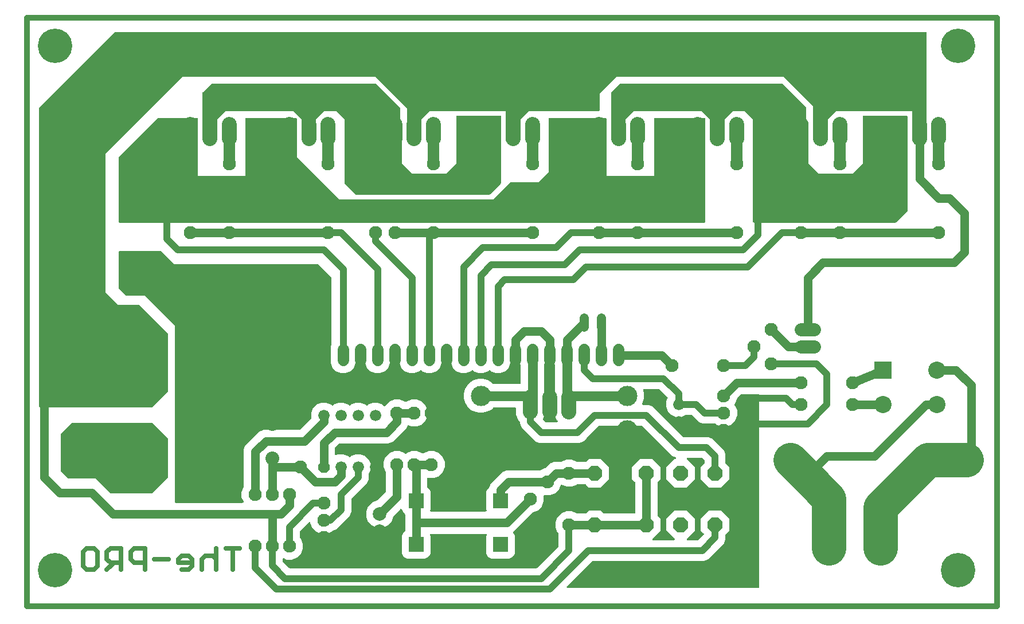
<source format=gbr>
G04 EAGLE Gerber RS-274X export*
G75*
%MOMM*%
%FSLAX34Y34*%
%LPD*%
%INBottom Copper*%
%IPPOS*%
%AMOC8*
5,1,8,0,0,1.08239X$1,22.5*%
G01*
%ADD10C,0.685800*%
%ADD11C,2.184400*%
%ADD12C,1.930400*%
%ADD13P,2.364373X8X112.500000*%
%ADD14P,1.814519X8X112.500000*%
%ADD15C,1.676400*%
%ADD16C,1.676400*%
%ADD17C,3.000000*%
%ADD18C,3.500000*%
%ADD19R,2.540000X2.540000*%
%ADD20C,2.540000*%
%ADD21C,1.320800*%
%ADD22C,5.000000*%
%ADD23C,2.000000*%
%ADD24C,3.810000*%
%ADD25R,3.810000X3.810000*%
%ADD26C,2.032000*%
%ADD27R,2.184400X2.184400*%
%ADD28C,1.930400*%
%ADD29C,0.254000*%
%ADD30C,1.016000*%
%ADD31C,5.080000*%
%ADD32C,1.270000*%
%ADD33C,6.451600*%
%ADD34C,0.812800*%
%ADD35C,5.080000*%
%ADD36C,1.422400*%

G36*
X1012943Y87646D02*
X1012943Y87646D01*
X1013062Y87653D01*
X1013100Y87666D01*
X1013141Y87671D01*
X1013251Y87714D01*
X1013364Y87751D01*
X1013399Y87773D01*
X1013436Y87788D01*
X1013532Y87858D01*
X1013633Y87921D01*
X1013661Y87951D01*
X1013694Y87974D01*
X1013770Y88066D01*
X1013851Y88153D01*
X1013871Y88188D01*
X1013896Y88219D01*
X1013947Y88327D01*
X1014005Y88431D01*
X1014015Y88471D01*
X1014032Y88507D01*
X1014054Y88624D01*
X1014084Y88739D01*
X1014088Y88800D01*
X1014092Y88820D01*
X1014090Y88840D01*
X1014094Y88900D01*
X1014094Y372745D01*
X1014079Y372863D01*
X1014072Y372982D01*
X1014059Y373020D01*
X1014054Y373061D01*
X1014011Y373171D01*
X1013974Y373284D01*
X1013952Y373319D01*
X1013937Y373356D01*
X1013868Y373452D01*
X1013804Y373553D01*
X1013774Y373581D01*
X1013751Y373614D01*
X1013659Y373690D01*
X1013572Y373771D01*
X1013537Y373791D01*
X1013506Y373816D01*
X1013398Y373867D01*
X1013294Y373925D01*
X1013254Y373935D01*
X1013218Y373952D01*
X1013101Y373974D01*
X1012986Y374004D01*
X1012926Y374008D01*
X1012906Y374012D01*
X1012885Y374010D01*
X1012825Y374014D01*
X988440Y374014D01*
X988342Y374002D01*
X988242Y373999D01*
X988184Y373982D01*
X988124Y373974D01*
X988032Y373938D01*
X987937Y373910D01*
X987885Y373880D01*
X987828Y373857D01*
X987748Y373799D01*
X987663Y373749D01*
X987588Y373683D01*
X987571Y373671D01*
X987563Y373661D01*
X987542Y373643D01*
X982209Y368310D01*
X982149Y368232D01*
X982081Y368159D01*
X982052Y368106D01*
X982015Y368059D01*
X981975Y367968D01*
X981927Y367881D01*
X981912Y367822D01*
X981888Y367767D01*
X981873Y367669D01*
X981848Y367573D01*
X981847Y367556D01*
X978821Y360252D01*
X978242Y359673D01*
X978169Y359579D01*
X978090Y359489D01*
X978072Y359453D01*
X978047Y359421D01*
X978000Y359312D01*
X977946Y359206D01*
X977937Y359167D01*
X977921Y359129D01*
X977902Y359012D01*
X977876Y358896D01*
X977877Y358855D01*
X977871Y358815D01*
X977882Y358697D01*
X977886Y358578D01*
X977897Y358539D01*
X977901Y358499D01*
X977941Y358387D01*
X977974Y358272D01*
X977995Y358237D01*
X978008Y358199D01*
X978075Y358101D01*
X978136Y357998D01*
X978175Y357953D01*
X978187Y357936D01*
X978202Y357923D01*
X978242Y357878D01*
X978821Y357298D01*
X981838Y350016D01*
X981838Y342134D01*
X978821Y334852D01*
X973248Y329279D01*
X965966Y326262D01*
X958084Y326262D01*
X950802Y329279D01*
X949618Y330463D01*
X949540Y330523D01*
X949468Y330591D01*
X949415Y330620D01*
X949367Y330657D01*
X949276Y330697D01*
X949189Y330745D01*
X949131Y330760D01*
X949075Y330784D01*
X948977Y330799D01*
X948881Y330824D01*
X948781Y330830D01*
X948761Y330834D01*
X948749Y330832D01*
X948721Y330834D01*
X930418Y330834D01*
X924817Y333155D01*
X914809Y343163D01*
X914731Y343223D01*
X914658Y343291D01*
X914605Y343320D01*
X914558Y343357D01*
X914467Y343397D01*
X914380Y343445D01*
X914321Y343460D01*
X914266Y343484D01*
X914168Y343499D01*
X914072Y343524D01*
X913972Y343530D01*
X913952Y343534D01*
X913939Y343532D01*
X913911Y343534D01*
X906858Y343534D01*
X906760Y343522D01*
X906661Y343519D01*
X906603Y343502D01*
X906543Y343494D01*
X906451Y343458D01*
X906356Y343430D01*
X906303Y343400D01*
X906247Y343377D01*
X906167Y343319D01*
X906082Y343269D01*
X906007Y343203D01*
X905990Y343191D01*
X905982Y343181D01*
X905961Y343162D01*
X905854Y343055D01*
X899038Y340232D01*
X891662Y340232D01*
X884846Y343055D01*
X879630Y348271D01*
X876807Y355087D01*
X876807Y362463D01*
X879170Y368168D01*
X879178Y368196D01*
X879191Y368223D01*
X879220Y368350D01*
X879254Y368475D01*
X879255Y368504D01*
X879261Y368533D01*
X879257Y368663D01*
X879259Y368793D01*
X879252Y368821D01*
X879251Y368851D01*
X879215Y368976D01*
X879185Y369102D01*
X879171Y369128D01*
X879163Y369156D01*
X879097Y369268D01*
X879036Y369383D01*
X879017Y369405D01*
X879001Y369430D01*
X878895Y369551D01*
X867184Y381263D01*
X867106Y381323D01*
X867033Y381391D01*
X866980Y381420D01*
X866933Y381457D01*
X866842Y381497D01*
X866755Y381545D01*
X866696Y381560D01*
X866641Y381584D01*
X866543Y381599D01*
X866447Y381624D01*
X866347Y381630D01*
X866327Y381634D01*
X866314Y381632D01*
X866286Y381634D01*
X844130Y381634D01*
X844006Y381619D01*
X843880Y381609D01*
X843848Y381599D01*
X843815Y381594D01*
X843698Y381548D01*
X843579Y381508D01*
X843550Y381490D01*
X843519Y381477D01*
X843417Y381404D01*
X843312Y381335D01*
X843289Y381310D01*
X843262Y381291D01*
X843182Y381194D01*
X843096Y381101D01*
X843080Y381072D01*
X843059Y381046D01*
X843005Y380932D01*
X842946Y380821D01*
X842938Y380788D01*
X842923Y380758D01*
X842900Y380635D01*
X842870Y380512D01*
X842870Y380479D01*
X842864Y380446D01*
X842871Y380320D01*
X842873Y380194D01*
X842882Y380146D01*
X842883Y380128D01*
X842890Y380108D01*
X842904Y380037D01*
X844311Y374787D01*
X844311Y368163D01*
X842596Y361763D01*
X841604Y360045D01*
X841552Y359922D01*
X841496Y359803D01*
X841491Y359776D01*
X841481Y359751D01*
X841461Y359620D01*
X841436Y359490D01*
X841438Y359464D01*
X841434Y359437D01*
X841448Y359305D01*
X841456Y359173D01*
X841464Y359147D01*
X841467Y359121D01*
X841513Y358996D01*
X841554Y358871D01*
X841569Y358848D01*
X841578Y358822D01*
X841653Y358714D01*
X841724Y358602D01*
X841744Y358583D01*
X841759Y358561D01*
X841859Y358475D01*
X841956Y358384D01*
X841979Y358371D01*
X842000Y358353D01*
X842119Y358294D01*
X842234Y358230D01*
X842260Y358224D01*
X842285Y358212D01*
X842414Y358184D01*
X842542Y358151D01*
X842580Y358149D01*
X842596Y358145D01*
X842618Y358146D01*
X842703Y358141D01*
X850757Y358141D01*
X856358Y355820D01*
X901291Y310887D01*
X901369Y310827D01*
X901442Y310759D01*
X901495Y310730D01*
X901542Y310693D01*
X901633Y310653D01*
X901720Y310605D01*
X901779Y310590D01*
X901834Y310566D01*
X901932Y310551D01*
X902028Y310526D01*
X902128Y310520D01*
X902148Y310516D01*
X902161Y310518D01*
X902189Y310516D01*
X939657Y310516D01*
X945258Y308195D01*
X962245Y291208D01*
X964566Y285607D01*
X964566Y272275D01*
X964578Y272177D01*
X964581Y272078D01*
X964598Y272020D01*
X964606Y271960D01*
X964642Y271868D01*
X964670Y271773D01*
X964700Y271721D01*
X964723Y271664D01*
X964781Y271584D01*
X964831Y271499D01*
X964897Y271423D01*
X964909Y271407D01*
X964919Y271399D01*
X964937Y271378D01*
X970408Y265908D01*
X970408Y248442D01*
X958058Y236092D01*
X940592Y236092D01*
X928242Y248442D01*
X928242Y265908D01*
X933713Y271378D01*
X933773Y271456D01*
X933841Y271528D01*
X933870Y271581D01*
X933907Y271629D01*
X933947Y271720D01*
X933995Y271807D01*
X934010Y271865D01*
X934034Y271921D01*
X934049Y272019D01*
X934074Y272115D01*
X934080Y272215D01*
X934084Y272235D01*
X934082Y272247D01*
X934084Y272275D01*
X934084Y275736D01*
X934072Y275835D01*
X934069Y275934D01*
X934052Y275992D01*
X934044Y276052D01*
X934008Y276144D01*
X933980Y276239D01*
X933950Y276291D01*
X933927Y276348D01*
X933869Y276428D01*
X933819Y276513D01*
X933753Y276588D01*
X933741Y276605D01*
X933731Y276613D01*
X933713Y276634D01*
X930684Y279663D01*
X930606Y279723D01*
X930533Y279791D01*
X930480Y279820D01*
X930433Y279857D01*
X930342Y279897D01*
X930255Y279945D01*
X930196Y279960D01*
X930141Y279984D01*
X930043Y279999D01*
X929947Y280024D01*
X929847Y280030D01*
X929827Y280034D01*
X929814Y280032D01*
X929786Y280034D01*
X908545Y280034D01*
X908408Y280017D01*
X908269Y280004D01*
X908250Y279997D01*
X908230Y279994D01*
X908101Y279943D01*
X907970Y279896D01*
X907953Y279885D01*
X907934Y279877D01*
X907822Y279796D01*
X907707Y279718D01*
X907693Y279702D01*
X907677Y279691D01*
X907588Y279583D01*
X907496Y279479D01*
X907487Y279461D01*
X907474Y279446D01*
X907415Y279320D01*
X907352Y279196D01*
X907347Y279176D01*
X907339Y279158D01*
X907312Y279022D01*
X907282Y278886D01*
X907283Y278865D01*
X907279Y278846D01*
X907287Y278707D01*
X907292Y278568D01*
X907297Y278548D01*
X907298Y278528D01*
X907341Y278396D01*
X907380Y278262D01*
X907390Y278245D01*
X907397Y278226D01*
X907471Y278108D01*
X907542Y277988D01*
X907560Y277967D01*
X907567Y277957D01*
X907582Y277943D01*
X907648Y277868D01*
X919608Y265908D01*
X919608Y248442D01*
X907258Y236092D01*
X889792Y236092D01*
X877442Y248442D01*
X877442Y265908D01*
X889792Y278258D01*
X890226Y278258D01*
X890296Y278266D01*
X890365Y278265D01*
X890453Y278286D01*
X890542Y278298D01*
X890607Y278323D01*
X890675Y278340D01*
X890754Y278382D01*
X890838Y278415D01*
X890894Y278456D01*
X890956Y278488D01*
X891022Y278549D01*
X891095Y278601D01*
X891140Y278655D01*
X891191Y278702D01*
X891241Y278777D01*
X891298Y278846D01*
X891328Y278910D01*
X891366Y278968D01*
X891395Y279053D01*
X891433Y279134D01*
X891446Y279203D01*
X891469Y279269D01*
X891476Y279358D01*
X891493Y279446D01*
X891489Y279516D01*
X891494Y279586D01*
X891479Y279674D01*
X891473Y279764D01*
X891452Y279830D01*
X891440Y279899D01*
X891403Y279981D01*
X891375Y280066D01*
X891338Y280125D01*
X891309Y280189D01*
X891253Y280259D01*
X891205Y280335D01*
X891154Y280383D01*
X891111Y280437D01*
X891039Y280492D01*
X890974Y280553D01*
X890912Y280587D01*
X890857Y280629D01*
X890712Y280700D01*
X886717Y282355D01*
X841784Y327288D01*
X841706Y327348D01*
X841633Y327416D01*
X841580Y327445D01*
X841533Y327482D01*
X841442Y327522D01*
X841355Y327570D01*
X841296Y327585D01*
X841241Y327609D01*
X841143Y327624D01*
X841047Y327649D01*
X840947Y327655D01*
X840927Y327659D01*
X840914Y327657D01*
X840886Y327659D01*
X778364Y327659D01*
X778265Y327647D01*
X778166Y327644D01*
X778108Y327627D01*
X778048Y327619D01*
X777956Y327583D01*
X777861Y327555D01*
X777809Y327525D01*
X777752Y327502D01*
X777672Y327444D01*
X777587Y327394D01*
X777512Y327328D01*
X777495Y327316D01*
X777487Y327306D01*
X777466Y327288D01*
X759224Y309045D01*
X754758Y304580D01*
X749157Y302259D01*
X689118Y302259D01*
X683517Y304580D01*
X667820Y320276D01*
X663355Y324742D01*
X661034Y330343D01*
X661034Y332752D01*
X661022Y332851D01*
X661019Y332950D01*
X661002Y333008D01*
X660994Y333068D01*
X660958Y333160D01*
X660930Y333255D01*
X660900Y333307D01*
X660877Y333364D01*
X660819Y333444D01*
X660769Y333529D01*
X660703Y333605D01*
X660691Y333621D01*
X660681Y333629D01*
X660663Y333650D01*
X658402Y335911D01*
X655192Y343659D01*
X655192Y352933D01*
X655177Y353051D01*
X655170Y353170D01*
X655157Y353208D01*
X655152Y353249D01*
X655109Y353359D01*
X655072Y353472D01*
X655050Y353507D01*
X655035Y353544D01*
X654966Y353640D01*
X654902Y353741D01*
X654872Y353769D01*
X654849Y353802D01*
X654757Y353878D01*
X654670Y353959D01*
X654635Y353979D01*
X654604Y354004D01*
X654496Y354055D01*
X654392Y354113D01*
X654352Y354123D01*
X654316Y354140D01*
X654199Y354162D01*
X654084Y354192D01*
X654024Y354196D01*
X654004Y354200D01*
X653983Y354198D01*
X653923Y354202D01*
X622086Y354202D01*
X621987Y354190D01*
X621888Y354187D01*
X621830Y354170D01*
X621770Y354162D01*
X621678Y354126D01*
X621583Y354098D01*
X621531Y354068D01*
X621474Y354045D01*
X621394Y353987D01*
X621309Y353937D01*
X621234Y353871D01*
X621217Y353859D01*
X621209Y353849D01*
X621188Y353831D01*
X618699Y351341D01*
X612962Y348029D01*
X606562Y346314D01*
X599938Y346314D01*
X593538Y348029D01*
X587801Y351341D01*
X583116Y356026D01*
X579804Y361763D01*
X578089Y368163D01*
X578089Y374787D01*
X579804Y381187D01*
X583116Y386924D01*
X587801Y391609D01*
X593538Y394921D01*
X599938Y396636D01*
X606562Y396636D01*
X612962Y394921D01*
X618699Y391609D01*
X621188Y389119D01*
X621266Y389059D01*
X621339Y388991D01*
X621392Y388962D01*
X621439Y388925D01*
X621530Y388885D01*
X621617Y388837D01*
X621676Y388822D01*
X621731Y388798D01*
X621829Y388783D01*
X621925Y388758D01*
X622025Y388752D01*
X622045Y388748D01*
X622058Y388750D01*
X622086Y388748D01*
X660908Y388748D01*
X661026Y388763D01*
X661145Y388770D01*
X661183Y388783D01*
X661224Y388788D01*
X661334Y388831D01*
X661447Y388868D01*
X661482Y388890D01*
X661519Y388905D01*
X661615Y388974D01*
X661716Y389038D01*
X661744Y389068D01*
X661777Y389091D01*
X661853Y389183D01*
X661934Y389270D01*
X661954Y389305D01*
X661979Y389336D01*
X662030Y389444D01*
X662088Y389548D01*
X662098Y389588D01*
X662115Y389624D01*
X662137Y389741D01*
X662167Y389856D01*
X662171Y389916D01*
X662175Y389936D01*
X662173Y389957D01*
X662177Y390017D01*
X662177Y416411D01*
X662176Y416420D01*
X662177Y416430D01*
X662157Y416574D01*
X662155Y416603D01*
X662152Y416613D01*
X662137Y416727D01*
X662134Y416735D01*
X662133Y416744D01*
X662081Y416897D01*
X660907Y419730D01*
X660907Y431800D01*
X660892Y431918D01*
X660885Y432037D01*
X660872Y432075D01*
X660867Y432116D01*
X660824Y432226D01*
X660787Y432339D01*
X660765Y432374D01*
X660750Y432411D01*
X660681Y432507D01*
X660617Y432608D01*
X660587Y432636D01*
X660564Y432669D01*
X660472Y432745D01*
X660385Y432826D01*
X660350Y432846D01*
X660319Y432871D01*
X660211Y432922D01*
X660107Y432980D01*
X660067Y432990D01*
X660031Y433007D01*
X659914Y433029D01*
X659799Y433059D01*
X659739Y433063D01*
X659719Y433067D01*
X659698Y433065D01*
X659638Y433069D01*
X648462Y433069D01*
X648344Y433054D01*
X648225Y433047D01*
X648187Y433034D01*
X648146Y433029D01*
X648036Y432986D01*
X647923Y432949D01*
X647888Y432927D01*
X647851Y432912D01*
X647755Y432843D01*
X647654Y432779D01*
X647626Y432749D01*
X647593Y432726D01*
X647517Y432634D01*
X647436Y432547D01*
X647416Y432512D01*
X647391Y432481D01*
X647340Y432373D01*
X647282Y432269D01*
X647272Y432229D01*
X647255Y432193D01*
X647233Y432076D01*
X647203Y431961D01*
X647199Y431901D01*
X647195Y431881D01*
X647197Y431860D01*
X647193Y431800D01*
X647193Y419730D01*
X644370Y412914D01*
X639154Y407698D01*
X632338Y404875D01*
X624962Y404875D01*
X618146Y407698D01*
X616847Y408997D01*
X616753Y409070D01*
X616664Y409149D01*
X616628Y409167D01*
X616596Y409192D01*
X616487Y409239D01*
X616381Y409293D01*
X616342Y409302D01*
X616304Y409318D01*
X616187Y409337D01*
X616071Y409363D01*
X616030Y409362D01*
X615990Y409368D01*
X615872Y409357D01*
X615753Y409353D01*
X615714Y409342D01*
X615674Y409338D01*
X615562Y409298D01*
X615447Y409265D01*
X615412Y409245D01*
X615374Y409231D01*
X615276Y409164D01*
X615173Y409103D01*
X615128Y409064D01*
X615111Y409052D01*
X615098Y409037D01*
X615052Y408997D01*
X613754Y407698D01*
X606938Y404875D01*
X599562Y404875D01*
X592746Y407698D01*
X591447Y408997D01*
X591353Y409070D01*
X591264Y409149D01*
X591228Y409167D01*
X591196Y409192D01*
X591087Y409239D01*
X590981Y409293D01*
X590942Y409302D01*
X590904Y409318D01*
X590787Y409337D01*
X590671Y409363D01*
X590630Y409362D01*
X590590Y409368D01*
X590472Y409357D01*
X590353Y409353D01*
X590314Y409342D01*
X590274Y409338D01*
X590162Y409298D01*
X590047Y409265D01*
X590012Y409245D01*
X589974Y409231D01*
X589876Y409164D01*
X589773Y409103D01*
X589728Y409064D01*
X589711Y409052D01*
X589698Y409037D01*
X589652Y408997D01*
X588354Y407698D01*
X581538Y404875D01*
X574162Y404875D01*
X567346Y407698D01*
X562130Y412914D01*
X559307Y419730D01*
X559307Y431800D01*
X559292Y431918D01*
X559285Y432037D01*
X559272Y432075D01*
X559267Y432116D01*
X559224Y432226D01*
X559187Y432339D01*
X559165Y432374D01*
X559150Y432411D01*
X559081Y432507D01*
X559017Y432608D01*
X558987Y432636D01*
X558964Y432669D01*
X558872Y432745D01*
X558785Y432826D01*
X558750Y432846D01*
X558719Y432871D01*
X558611Y432922D01*
X558507Y432980D01*
X558467Y432990D01*
X558431Y433007D01*
X558314Y433029D01*
X558199Y433059D01*
X558139Y433063D01*
X558119Y433067D01*
X558098Y433065D01*
X558038Y433069D01*
X546862Y433069D01*
X546744Y433054D01*
X546625Y433047D01*
X546587Y433034D01*
X546546Y433029D01*
X546436Y432986D01*
X546323Y432949D01*
X546288Y432927D01*
X546251Y432912D01*
X546155Y432843D01*
X546054Y432779D01*
X546026Y432749D01*
X545993Y432726D01*
X545917Y432634D01*
X545836Y432547D01*
X545816Y432512D01*
X545791Y432481D01*
X545740Y432373D01*
X545682Y432269D01*
X545672Y432229D01*
X545655Y432193D01*
X545633Y432076D01*
X545603Y431961D01*
X545599Y431901D01*
X545595Y431881D01*
X545597Y431860D01*
X545593Y431800D01*
X545593Y419730D01*
X542770Y412914D01*
X537554Y407698D01*
X530738Y404875D01*
X523362Y404875D01*
X516546Y407698D01*
X515247Y408997D01*
X515153Y409070D01*
X515064Y409149D01*
X515028Y409167D01*
X514996Y409192D01*
X514887Y409239D01*
X514781Y409293D01*
X514742Y409302D01*
X514704Y409318D01*
X514587Y409337D01*
X514471Y409363D01*
X514430Y409362D01*
X514390Y409368D01*
X514272Y409357D01*
X514153Y409353D01*
X514114Y409342D01*
X514074Y409338D01*
X513962Y409298D01*
X513847Y409265D01*
X513812Y409245D01*
X513774Y409231D01*
X513676Y409164D01*
X513573Y409103D01*
X513528Y409064D01*
X513511Y409052D01*
X513498Y409037D01*
X513452Y408997D01*
X512154Y407698D01*
X505338Y404875D01*
X497962Y404875D01*
X491146Y407698D01*
X485930Y412914D01*
X483107Y419730D01*
X483107Y431800D01*
X483092Y431918D01*
X483085Y432037D01*
X483072Y432075D01*
X483067Y432116D01*
X483024Y432226D01*
X482987Y432339D01*
X482965Y432374D01*
X482950Y432411D01*
X482881Y432507D01*
X482817Y432608D01*
X482787Y432636D01*
X482764Y432669D01*
X482672Y432745D01*
X482585Y432826D01*
X482550Y432846D01*
X482519Y432871D01*
X482411Y432922D01*
X482307Y432980D01*
X482267Y432990D01*
X482231Y433007D01*
X482114Y433029D01*
X481999Y433059D01*
X481939Y433063D01*
X481919Y433067D01*
X481898Y433065D01*
X481838Y433069D01*
X470662Y433069D01*
X470544Y433054D01*
X470425Y433047D01*
X470387Y433034D01*
X470346Y433029D01*
X470236Y432986D01*
X470123Y432949D01*
X470088Y432927D01*
X470051Y432912D01*
X469955Y432843D01*
X469854Y432779D01*
X469826Y432749D01*
X469793Y432726D01*
X469717Y432634D01*
X469636Y432547D01*
X469616Y432512D01*
X469591Y432481D01*
X469540Y432373D01*
X469482Y432269D01*
X469472Y432229D01*
X469455Y432193D01*
X469433Y432076D01*
X469403Y431961D01*
X469399Y431901D01*
X469395Y431881D01*
X469397Y431860D01*
X469393Y431800D01*
X469393Y419730D01*
X466570Y412914D01*
X461354Y407698D01*
X454538Y404875D01*
X447162Y404875D01*
X440346Y407698D01*
X435130Y412914D01*
X432307Y419730D01*
X432307Y431800D01*
X432292Y431918D01*
X432285Y432037D01*
X432272Y432075D01*
X432267Y432116D01*
X432224Y432226D01*
X432187Y432339D01*
X432165Y432374D01*
X432150Y432411D01*
X432081Y432507D01*
X432017Y432608D01*
X431987Y432636D01*
X431964Y432669D01*
X431872Y432745D01*
X431785Y432826D01*
X431750Y432846D01*
X431719Y432871D01*
X431611Y432922D01*
X431507Y432980D01*
X431467Y432990D01*
X431431Y433007D01*
X431314Y433029D01*
X431199Y433059D01*
X431139Y433063D01*
X431119Y433067D01*
X431098Y433065D01*
X431038Y433069D01*
X419862Y433069D01*
X419744Y433054D01*
X419625Y433047D01*
X419587Y433034D01*
X419546Y433029D01*
X419436Y432986D01*
X419323Y432949D01*
X419288Y432927D01*
X419251Y432912D01*
X419155Y432843D01*
X419054Y432779D01*
X419026Y432749D01*
X418993Y432726D01*
X418917Y432634D01*
X418836Y432547D01*
X418816Y432512D01*
X418791Y432481D01*
X418740Y432373D01*
X418682Y432269D01*
X418672Y432229D01*
X418655Y432193D01*
X418633Y432076D01*
X418603Y431961D01*
X418599Y431901D01*
X418595Y431881D01*
X418597Y431860D01*
X418593Y431800D01*
X418593Y419730D01*
X415770Y412914D01*
X410554Y407698D01*
X403738Y404875D01*
X396362Y404875D01*
X389546Y407698D01*
X384330Y412914D01*
X381507Y419730D01*
X381507Y443870D01*
X382173Y445477D01*
X382175Y445486D01*
X382180Y445494D01*
X382217Y445638D01*
X382257Y445783D01*
X382257Y445793D01*
X382259Y445802D01*
X382269Y445962D01*
X382269Y546100D01*
X382257Y546198D01*
X382254Y546297D01*
X382237Y546355D01*
X382229Y546416D01*
X382193Y546508D01*
X382165Y546603D01*
X382135Y546655D01*
X382112Y546711D01*
X382054Y546791D01*
X382004Y546877D01*
X381938Y546952D01*
X381926Y546969D01*
X381916Y546976D01*
X381898Y546998D01*
X362848Y566048D01*
X362769Y566108D01*
X362697Y566176D01*
X362644Y566205D01*
X362596Y566242D01*
X362505Y566282D01*
X362419Y566330D01*
X362360Y566345D01*
X362304Y566369D01*
X362206Y566384D01*
X362111Y566409D01*
X362011Y566415D01*
X361990Y566419D01*
X361978Y566417D01*
X361950Y566419D01*
X149751Y566419D01*
X131073Y585098D01*
X130994Y585158D01*
X130922Y585226D01*
X130869Y585255D01*
X130821Y585292D01*
X130730Y585332D01*
X130644Y585380D01*
X130585Y585395D01*
X130529Y585419D01*
X130431Y585434D01*
X130336Y585459D01*
X130236Y585465D01*
X130215Y585469D01*
X130203Y585467D01*
X130175Y585469D01*
X69850Y585469D01*
X69732Y585454D01*
X69613Y585447D01*
X69575Y585434D01*
X69534Y585429D01*
X69424Y585386D01*
X69311Y585349D01*
X69276Y585327D01*
X69239Y585312D01*
X69143Y585243D01*
X69042Y585179D01*
X69014Y585149D01*
X68981Y585126D01*
X68906Y585034D01*
X68824Y584947D01*
X68804Y584912D01*
X68779Y584881D01*
X68728Y584773D01*
X68670Y584669D01*
X68660Y584629D01*
X68643Y584593D01*
X68621Y584476D01*
X68591Y584361D01*
X68587Y584301D01*
X68583Y584281D01*
X68585Y584260D01*
X68581Y584200D01*
X68581Y530225D01*
X68593Y530127D01*
X68596Y530028D01*
X68613Y529970D01*
X68621Y529909D01*
X68657Y529817D01*
X68685Y529722D01*
X68715Y529670D01*
X68738Y529614D01*
X68796Y529534D01*
X68846Y529448D01*
X68912Y529373D01*
X68924Y529356D01*
X68934Y529349D01*
X68953Y529328D01*
X78478Y519803D01*
X78556Y519742D01*
X78628Y519674D01*
X78681Y519645D01*
X78729Y519608D01*
X78820Y519568D01*
X78906Y519520D01*
X78965Y519505D01*
X79021Y519481D01*
X79119Y519466D01*
X79214Y519441D01*
X79314Y519435D01*
X79335Y519431D01*
X79347Y519433D01*
X79375Y519431D01*
X107424Y519431D01*
X151131Y475724D01*
X151131Y214630D01*
X151146Y214512D01*
X151153Y214393D01*
X151166Y214355D01*
X151171Y214314D01*
X151214Y214204D01*
X151251Y214091D01*
X151273Y214056D01*
X151288Y214019D01*
X151358Y213923D01*
X151421Y213822D01*
X151451Y213794D01*
X151474Y213761D01*
X151566Y213685D01*
X151653Y213604D01*
X151688Y213584D01*
X151719Y213559D01*
X151827Y213508D01*
X151931Y213450D01*
X151971Y213440D01*
X152007Y213423D01*
X152124Y213401D01*
X152239Y213371D01*
X152300Y213367D01*
X152320Y213363D01*
X152340Y213365D01*
X152400Y213361D01*
X251527Y213361D01*
X251577Y213367D01*
X251626Y213365D01*
X251734Y213387D01*
X251843Y213401D01*
X251889Y213419D01*
X251938Y213429D01*
X252037Y213477D01*
X252139Y213518D01*
X252179Y213547D01*
X252224Y213569D01*
X252307Y213640D01*
X252396Y213704D01*
X252428Y213743D01*
X252466Y213775D01*
X252529Y213865D01*
X252599Y213949D01*
X252620Y213994D01*
X252649Y214035D01*
X252688Y214138D01*
X252734Y214237D01*
X252744Y214286D01*
X252761Y214332D01*
X252774Y214442D01*
X252794Y214549D01*
X252791Y214599D01*
X252797Y214648D01*
X252781Y214757D01*
X252774Y214867D01*
X252759Y214914D01*
X252752Y214963D01*
X252700Y215116D01*
X250062Y221484D01*
X250062Y229366D01*
X253093Y236682D01*
X253121Y236712D01*
X253150Y236765D01*
X253187Y236813D01*
X253227Y236904D01*
X253275Y236991D01*
X253290Y237049D01*
X253314Y237105D01*
X253329Y237203D01*
X253354Y237299D01*
X253360Y237399D01*
X253364Y237419D01*
X253362Y237431D01*
X253364Y237459D01*
X253364Y292209D01*
X255878Y298278D01*
X276397Y318797D01*
X282466Y321311D01*
X335535Y321311D01*
X335633Y321323D01*
X335733Y321326D01*
X335791Y321343D01*
X335851Y321351D01*
X335943Y321387D01*
X336038Y321415D01*
X336090Y321445D01*
X336147Y321468D01*
X336227Y321526D01*
X336312Y321576D01*
X336387Y321642D01*
X336404Y321654D01*
X336412Y321664D01*
X336433Y321682D01*
X352634Y337884D01*
X352652Y337907D01*
X352675Y337926D01*
X352749Y338032D01*
X352829Y338135D01*
X352841Y338162D01*
X352858Y338186D01*
X352904Y338308D01*
X352955Y338427D01*
X352960Y338456D01*
X352971Y338484D01*
X352985Y338613D01*
X353005Y338741D01*
X353003Y338770D01*
X353006Y338800D01*
X352988Y338928D01*
X352975Y339058D01*
X352965Y339085D01*
X352961Y339115D01*
X352932Y339200D01*
X352932Y346588D01*
X355755Y353404D01*
X360971Y358620D01*
X367787Y361443D01*
X375163Y361443D01*
X381979Y358620D01*
X383278Y357321D01*
X383372Y357248D01*
X383461Y357169D01*
X383497Y357151D01*
X383529Y357126D01*
X383638Y357079D01*
X383744Y357025D01*
X383783Y357016D01*
X383821Y357000D01*
X383938Y356981D01*
X384054Y356955D01*
X384095Y356956D01*
X384135Y356950D01*
X384253Y356961D01*
X384372Y356965D01*
X384411Y356976D01*
X384451Y356980D01*
X384563Y357020D01*
X384678Y357053D01*
X384713Y357073D01*
X384751Y357087D01*
X384849Y357154D01*
X384952Y357215D01*
X384997Y357254D01*
X385014Y357266D01*
X385027Y357281D01*
X385073Y357321D01*
X386371Y358620D01*
X393187Y361443D01*
X400563Y361443D01*
X407379Y358620D01*
X408677Y357321D01*
X408772Y357248D01*
X408861Y357169D01*
X408897Y357151D01*
X408929Y357126D01*
X409038Y357079D01*
X409144Y357025D01*
X409183Y357016D01*
X409221Y357000D01*
X409338Y356981D01*
X409454Y356955D01*
X409495Y356956D01*
X409535Y356950D01*
X409653Y356961D01*
X409772Y356965D01*
X409811Y356976D01*
X409851Y356980D01*
X409964Y357020D01*
X410078Y357053D01*
X410112Y357073D01*
X410151Y357087D01*
X410249Y357154D01*
X410352Y357214D01*
X410397Y357254D01*
X410414Y357266D01*
X410427Y357281D01*
X410472Y357321D01*
X411771Y358620D01*
X418587Y361443D01*
X425963Y361443D01*
X432779Y358620D01*
X434077Y357321D01*
X434172Y357248D01*
X434261Y357169D01*
X434297Y357151D01*
X434329Y357126D01*
X434438Y357079D01*
X434544Y357025D01*
X434583Y357016D01*
X434621Y357000D01*
X434738Y356981D01*
X434854Y356955D01*
X434895Y356956D01*
X434935Y356950D01*
X435053Y356961D01*
X435172Y356965D01*
X435211Y356976D01*
X435251Y356980D01*
X435364Y357020D01*
X435478Y357053D01*
X435512Y357073D01*
X435551Y357087D01*
X435649Y357154D01*
X435752Y357214D01*
X435797Y357254D01*
X435814Y357266D01*
X435827Y357281D01*
X435872Y357321D01*
X437171Y358620D01*
X443987Y361443D01*
X451363Y361443D01*
X458179Y358620D01*
X460369Y356429D01*
X460408Y356399D01*
X460442Y356362D01*
X460534Y356302D01*
X460620Y356234D01*
X460666Y356215D01*
X460708Y356187D01*
X460811Y356152D01*
X460912Y356108D01*
X460961Y356100D01*
X461008Y356084D01*
X461118Y356075D01*
X461226Y356058D01*
X461276Y356063D01*
X461325Y356059D01*
X461434Y356078D01*
X461543Y356088D01*
X461590Y356105D01*
X461639Y356113D01*
X461739Y356158D01*
X461842Y356196D01*
X461883Y356223D01*
X461929Y356244D01*
X462014Y356312D01*
X462105Y356374D01*
X462138Y356411D01*
X462177Y356442D01*
X462243Y356530D01*
X462316Y356613D01*
X462339Y356657D01*
X462368Y356696D01*
X462439Y356841D01*
X462629Y357298D01*
X468202Y362871D01*
X475484Y365888D01*
X483366Y365888D01*
X490682Y362857D01*
X490712Y362829D01*
X490765Y362800D01*
X490813Y362763D01*
X490904Y362723D01*
X490991Y362675D01*
X491049Y362660D01*
X491105Y362636D01*
X491203Y362621D01*
X491299Y362596D01*
X491399Y362590D01*
X491419Y362586D01*
X491431Y362588D01*
X491459Y362586D01*
X492791Y362586D01*
X492889Y362598D01*
X492988Y362601D01*
X493046Y362618D01*
X493106Y362626D01*
X493198Y362662D01*
X493293Y362690D01*
X493345Y362720D01*
X493402Y362743D01*
X493482Y362801D01*
X493567Y362851D01*
X493580Y362862D01*
X500884Y365888D01*
X508766Y365888D01*
X516048Y362871D01*
X521621Y357298D01*
X524638Y350016D01*
X524638Y342134D01*
X521621Y334852D01*
X516048Y329279D01*
X508766Y326262D01*
X500884Y326262D01*
X496479Y328087D01*
X496365Y328118D01*
X496252Y328157D01*
X496212Y328160D01*
X496173Y328171D01*
X496054Y328173D01*
X495935Y328182D01*
X495895Y328175D01*
X495855Y328176D01*
X495739Y328148D01*
X495622Y328128D01*
X495585Y328111D01*
X495545Y328102D01*
X495440Y328046D01*
X495332Y327997D01*
X495300Y327972D01*
X495264Y327953D01*
X495176Y327873D01*
X495083Y327798D01*
X495059Y327766D01*
X495029Y327739D01*
X494964Y327639D01*
X494892Y327544D01*
X494865Y327490D01*
X494854Y327473D01*
X494848Y327454D01*
X494821Y327400D01*
X493422Y324022D01*
X472903Y303503D01*
X466834Y300989D01*
X394715Y300989D01*
X394617Y300977D01*
X394517Y300974D01*
X394459Y300957D01*
X394399Y300949D01*
X394307Y300913D01*
X394212Y300885D01*
X394160Y300855D01*
X394103Y300832D01*
X394023Y300774D01*
X393938Y300724D01*
X393863Y300658D01*
X393846Y300646D01*
X393838Y300636D01*
X393817Y300618D01*
X388357Y295158D01*
X388297Y295080D01*
X388229Y295007D01*
X388200Y294954D01*
X388163Y294907D01*
X388123Y294816D01*
X388075Y294729D01*
X388060Y294670D01*
X388036Y294615D01*
X388021Y294517D01*
X387996Y294421D01*
X387990Y294321D01*
X387986Y294301D01*
X387988Y294288D01*
X387986Y294260D01*
X387986Y284988D01*
X387992Y284939D01*
X387990Y284889D01*
X388012Y284782D01*
X388026Y284672D01*
X388044Y284626D01*
X388054Y284578D01*
X388102Y284479D01*
X388143Y284377D01*
X388172Y284337D01*
X388194Y284292D01*
X388265Y284208D01*
X388329Y284119D01*
X388368Y284088D01*
X388400Y284050D01*
X388490Y283987D01*
X388574Y283917D01*
X388619Y283895D01*
X388660Y283867D01*
X388763Y283828D01*
X388862Y283781D01*
X388911Y283772D01*
X388957Y283754D01*
X389067Y283742D01*
X389174Y283721D01*
X389224Y283724D01*
X389273Y283719D01*
X389382Y283734D01*
X389492Y283741D01*
X389539Y283756D01*
X389588Y283763D01*
X389741Y283815D01*
X393187Y285243D01*
X400563Y285243D01*
X407379Y282420D01*
X408677Y281121D01*
X408772Y281048D01*
X408861Y280969D01*
X408897Y280951D01*
X408929Y280926D01*
X409038Y280879D01*
X409144Y280825D01*
X409183Y280816D01*
X409221Y280800D01*
X409338Y280781D01*
X409454Y280755D01*
X409495Y280756D01*
X409535Y280750D01*
X409653Y280761D01*
X409772Y280765D01*
X409811Y280776D01*
X409851Y280780D01*
X409964Y280820D01*
X410078Y280853D01*
X410112Y280873D01*
X410151Y280887D01*
X410249Y280954D01*
X410352Y281014D01*
X410397Y281054D01*
X410414Y281066D01*
X410427Y281081D01*
X410472Y281121D01*
X411771Y282420D01*
X418587Y285243D01*
X425963Y285243D01*
X432779Y282420D01*
X437995Y277204D01*
X440818Y270388D01*
X440818Y263012D01*
X437995Y256196D01*
X437887Y256089D01*
X437827Y256011D01*
X437759Y255939D01*
X437730Y255886D01*
X437693Y255838D01*
X437653Y255747D01*
X437605Y255660D01*
X437590Y255602D01*
X437566Y255546D01*
X437551Y255448D01*
X437526Y255352D01*
X437520Y255262D01*
X437518Y255252D01*
X437519Y255246D01*
X437516Y255232D01*
X437518Y255220D01*
X437516Y255192D01*
X437516Y247793D01*
X435195Y242192D01*
X412487Y219484D01*
X412427Y219406D01*
X412359Y219333D01*
X412330Y219280D01*
X412293Y219233D01*
X412253Y219142D01*
X412205Y219055D01*
X412190Y218996D01*
X412166Y218941D01*
X412151Y218843D01*
X412126Y218747D01*
X412120Y218647D01*
X412116Y218627D01*
X412118Y218614D01*
X412116Y218586D01*
X412116Y200168D01*
X409795Y194567D01*
X389633Y174405D01*
X384644Y172338D01*
X384636Y172333D01*
X384627Y172331D01*
X384498Y172255D01*
X384368Y172180D01*
X384361Y172174D01*
X384353Y172169D01*
X384232Y172063D01*
X382698Y170529D01*
X375416Y167512D01*
X367534Y167512D01*
X360252Y170529D01*
X354679Y176102D01*
X351662Y183384D01*
X351662Y184169D01*
X351645Y184307D01*
X351632Y184446D01*
X351625Y184465D01*
X351622Y184485D01*
X351571Y184614D01*
X351524Y184745D01*
X351513Y184762D01*
X351505Y184781D01*
X351424Y184893D01*
X351346Y185008D01*
X351330Y185022D01*
X351319Y185038D01*
X351211Y185127D01*
X351107Y185219D01*
X351089Y185228D01*
X351074Y185241D01*
X350948Y185300D01*
X350824Y185363D01*
X350804Y185368D01*
X350786Y185376D01*
X350650Y185402D01*
X350514Y185433D01*
X350493Y185432D01*
X350474Y185436D01*
X350335Y185427D01*
X350196Y185423D01*
X350176Y185418D01*
X350156Y185416D01*
X350024Y185374D01*
X349890Y185335D01*
X349873Y185325D01*
X349854Y185318D01*
X349736Y185244D01*
X349616Y185173D01*
X349595Y185155D01*
X349585Y185148D01*
X349571Y185133D01*
X349496Y185067D01*
X336287Y171859D01*
X336227Y171781D01*
X336159Y171708D01*
X336130Y171655D01*
X336093Y171608D01*
X336053Y171517D01*
X336005Y171430D01*
X335990Y171371D01*
X335966Y171316D01*
X335951Y171218D01*
X335926Y171122D01*
X335920Y171022D01*
X335916Y171002D01*
X335918Y170989D01*
X335916Y170961D01*
X335916Y162529D01*
X335928Y162431D01*
X335931Y162332D01*
X335948Y162274D01*
X335956Y162214D01*
X335992Y162122D01*
X336020Y162027D01*
X336050Y161974D01*
X336073Y161918D01*
X336131Y161838D01*
X336181Y161753D01*
X336217Y161712D01*
X336219Y161708D01*
X336225Y161703D01*
X336247Y161677D01*
X336259Y161661D01*
X336269Y161653D01*
X336287Y161632D01*
X337471Y160448D01*
X340488Y153166D01*
X340488Y145284D01*
X337471Y138002D01*
X331898Y132429D01*
X324616Y129412D01*
X316734Y129412D01*
X312271Y131261D01*
X312223Y131274D01*
X312178Y131295D01*
X312070Y131316D01*
X311964Y131345D01*
X311914Y131346D01*
X311865Y131355D01*
X311756Y131348D01*
X311646Y131350D01*
X311598Y131338D01*
X311548Y131335D01*
X311444Y131302D01*
X311337Y131276D01*
X311293Y131253D01*
X311246Y131237D01*
X311153Y131179D01*
X311056Y131127D01*
X311019Y131094D01*
X310977Y131067D01*
X310902Y130987D01*
X310820Y130913D01*
X310793Y130872D01*
X310759Y130836D01*
X310706Y130739D01*
X310646Y130648D01*
X310629Y130601D01*
X310605Y130557D01*
X310578Y130451D01*
X310542Y130347D01*
X310538Y130297D01*
X310526Y130249D01*
X310516Y130088D01*
X310516Y127489D01*
X310528Y127390D01*
X310531Y127291D01*
X310548Y127233D01*
X310556Y127173D01*
X310592Y127081D01*
X310620Y126986D01*
X310650Y126934D01*
X310673Y126877D01*
X310731Y126797D01*
X310781Y126712D01*
X310847Y126637D01*
X310859Y126620D01*
X310869Y126612D01*
X310887Y126591D01*
X320266Y117212D01*
X320344Y117152D01*
X320417Y117084D01*
X320470Y117055D01*
X320517Y117018D01*
X320608Y116978D01*
X320695Y116930D01*
X320754Y116915D01*
X320809Y116891D01*
X320907Y116876D01*
X321003Y116851D01*
X321103Y116845D01*
X321123Y116841D01*
X321136Y116843D01*
X321164Y116841D01*
X685311Y116841D01*
X685410Y116853D01*
X685509Y116856D01*
X685567Y116873D01*
X685627Y116881D01*
X685719Y116917D01*
X685814Y116945D01*
X685866Y116975D01*
X685923Y116998D01*
X686003Y117056D01*
X686088Y117106D01*
X686163Y117172D01*
X686180Y117184D01*
X686188Y117194D01*
X686209Y117212D01*
X717813Y148816D01*
X717873Y148894D01*
X717941Y148967D01*
X717970Y149020D01*
X718007Y149067D01*
X718047Y149158D01*
X718095Y149245D01*
X718110Y149304D01*
X718134Y149359D01*
X718149Y149457D01*
X718174Y149553D01*
X718180Y149653D01*
X718184Y149673D01*
X718182Y149686D01*
X718184Y149714D01*
X718184Y167671D01*
X718172Y167769D01*
X718169Y167868D01*
X718152Y167926D01*
X718144Y167986D01*
X718108Y168078D01*
X718080Y168173D01*
X718050Y168226D01*
X718027Y168282D01*
X717969Y168362D01*
X717919Y168447D01*
X717853Y168523D01*
X717841Y168539D01*
X717831Y168547D01*
X717813Y168568D01*
X716629Y169752D01*
X713612Y177034D01*
X713612Y184916D01*
X716629Y192198D01*
X722202Y197771D01*
X729484Y200788D01*
X737366Y200788D01*
X744682Y197757D01*
X744712Y197729D01*
X744765Y197700D01*
X744813Y197663D01*
X744904Y197623D01*
X744991Y197575D01*
X745049Y197560D01*
X745105Y197536D01*
X745203Y197521D01*
X745299Y197496D01*
X745399Y197490D01*
X745419Y197486D01*
X745431Y197488D01*
X745459Y197486D01*
X757695Y197486D01*
X757793Y197498D01*
X757892Y197501D01*
X757950Y197518D01*
X758010Y197526D01*
X758102Y197562D01*
X758197Y197590D01*
X758249Y197620D01*
X758306Y197643D01*
X758386Y197701D01*
X758471Y197751D01*
X758547Y197817D01*
X758563Y197829D01*
X758571Y197839D01*
X758592Y197857D01*
X762792Y202058D01*
X780258Y202058D01*
X784458Y197857D01*
X784536Y197797D01*
X784608Y197729D01*
X784661Y197700D01*
X784709Y197663D01*
X784800Y197623D01*
X784887Y197575D01*
X784945Y197560D01*
X785001Y197536D01*
X785099Y197521D01*
X785195Y197496D01*
X785295Y197490D01*
X785315Y197486D01*
X785327Y197488D01*
X785355Y197486D01*
X829945Y197486D01*
X830063Y197501D01*
X830182Y197508D01*
X830220Y197521D01*
X830261Y197526D01*
X830371Y197569D01*
X830484Y197606D01*
X830519Y197628D01*
X830556Y197643D01*
X830652Y197712D01*
X830753Y197776D01*
X830781Y197806D01*
X830814Y197829D01*
X830890Y197921D01*
X830971Y198008D01*
X830991Y198043D01*
X831016Y198074D01*
X831067Y198182D01*
X831125Y198286D01*
X831135Y198326D01*
X831152Y198362D01*
X831174Y198479D01*
X831204Y198594D01*
X831208Y198654D01*
X831212Y198674D01*
X831210Y198695D01*
X831214Y198755D01*
X831214Y243345D01*
X831202Y243443D01*
X831199Y243542D01*
X831182Y243600D01*
X831174Y243660D01*
X831138Y243752D01*
X831110Y243847D01*
X831080Y243899D01*
X831057Y243956D01*
X830999Y244036D01*
X830949Y244121D01*
X830883Y244197D01*
X830871Y244213D01*
X830861Y244221D01*
X830843Y244242D01*
X826642Y248442D01*
X826642Y265908D01*
X838992Y278258D01*
X856458Y278258D01*
X868808Y265908D01*
X868808Y248442D01*
X864607Y244242D01*
X864547Y244164D01*
X864479Y244092D01*
X864450Y244039D01*
X864413Y243991D01*
X864373Y243900D01*
X864325Y243813D01*
X864310Y243755D01*
X864286Y243699D01*
X864271Y243601D01*
X864246Y243505D01*
X864240Y243405D01*
X864236Y243385D01*
X864238Y243373D01*
X864236Y243345D01*
X864236Y194805D01*
X864248Y194707D01*
X864251Y194608D01*
X864268Y194550D01*
X864276Y194490D01*
X864312Y194398D01*
X864340Y194303D01*
X864370Y194251D01*
X864393Y194194D01*
X864451Y194114D01*
X864501Y194029D01*
X864567Y193953D01*
X864579Y193937D01*
X864589Y193929D01*
X864607Y193908D01*
X868808Y189708D01*
X868808Y172242D01*
X856848Y160282D01*
X856763Y160173D01*
X856674Y160066D01*
X856665Y160047D01*
X856653Y160031D01*
X856598Y159903D01*
X856539Y159778D01*
X856535Y159758D01*
X856527Y159739D01*
X856505Y159601D01*
X856479Y159465D01*
X856480Y159445D01*
X856477Y159425D01*
X856490Y159286D01*
X856498Y159148D01*
X856505Y159129D01*
X856507Y159109D01*
X856554Y158977D01*
X856597Y158846D01*
X856607Y158828D01*
X856614Y158809D01*
X856692Y158694D01*
X856767Y158577D01*
X856781Y158563D01*
X856793Y158546D01*
X856897Y158454D01*
X856998Y158359D01*
X857016Y158349D01*
X857031Y158336D01*
X857155Y158272D01*
X857277Y158205D01*
X857296Y158200D01*
X857314Y158191D01*
X857450Y158161D01*
X857585Y158126D01*
X857613Y158124D01*
X857625Y158121D01*
X857645Y158122D01*
X857745Y158116D01*
X888505Y158116D01*
X888642Y158133D01*
X888781Y158146D01*
X888800Y158153D01*
X888820Y158156D01*
X888949Y158207D01*
X889080Y158254D01*
X889097Y158265D01*
X889116Y158273D01*
X889228Y158354D01*
X889343Y158432D01*
X889357Y158448D01*
X889373Y158459D01*
X889462Y158567D01*
X889554Y158671D01*
X889563Y158689D01*
X889576Y158704D01*
X889635Y158830D01*
X889698Y158954D01*
X889703Y158974D01*
X889711Y158992D01*
X889738Y159128D01*
X889768Y159264D01*
X889767Y159285D01*
X889771Y159304D01*
X889763Y159443D01*
X889758Y159582D01*
X889753Y159602D01*
X889752Y159622D01*
X889709Y159754D01*
X889670Y159888D01*
X889660Y159905D01*
X889653Y159924D01*
X889579Y160042D01*
X889508Y160162D01*
X889490Y160183D01*
X889483Y160193D01*
X889468Y160207D01*
X889402Y160282D01*
X877442Y172242D01*
X877442Y189708D01*
X889792Y202058D01*
X907258Y202058D01*
X919608Y189708D01*
X919608Y172242D01*
X907648Y160282D01*
X907563Y160173D01*
X907474Y160066D01*
X907465Y160047D01*
X907453Y160031D01*
X907398Y159903D01*
X907339Y159778D01*
X907335Y159758D01*
X907327Y159739D01*
X907305Y159601D01*
X907279Y159465D01*
X907280Y159445D01*
X907277Y159425D01*
X907290Y159286D01*
X907298Y159148D01*
X907305Y159129D01*
X907307Y159109D01*
X907354Y158977D01*
X907397Y158846D01*
X907407Y158828D01*
X907414Y158809D01*
X907492Y158694D01*
X907567Y158577D01*
X907581Y158563D01*
X907593Y158546D01*
X907697Y158454D01*
X907798Y158359D01*
X907816Y158349D01*
X907831Y158336D01*
X907955Y158272D01*
X908077Y158205D01*
X908096Y158200D01*
X908114Y158191D01*
X908250Y158161D01*
X908385Y158126D01*
X908413Y158124D01*
X908425Y158121D01*
X908445Y158122D01*
X908545Y158116D01*
X923436Y158116D01*
X923535Y158128D01*
X923634Y158131D01*
X923692Y158148D01*
X923752Y158156D01*
X923844Y158192D01*
X923939Y158220D01*
X923991Y158250D01*
X924048Y158273D01*
X924128Y158331D01*
X924213Y158381D01*
X924288Y158447D01*
X924305Y158459D01*
X924313Y158469D01*
X924334Y158487D01*
X932268Y166422D01*
X932341Y166516D01*
X932420Y166605D01*
X932438Y166641D01*
X932463Y166673D01*
X932510Y166782D01*
X932564Y166888D01*
X932573Y166928D01*
X932589Y166965D01*
X932608Y167083D01*
X932634Y167198D01*
X932633Y167239D01*
X932639Y167279D01*
X932628Y167397D01*
X932624Y167516D01*
X932613Y167555D01*
X932609Y167595D01*
X932569Y167708D01*
X932536Y167822D01*
X932515Y167857D01*
X932502Y167895D01*
X932435Y167993D01*
X932374Y168096D01*
X932335Y168141D01*
X932323Y168158D01*
X932308Y168171D01*
X932268Y168217D01*
X928242Y172242D01*
X928242Y189708D01*
X940592Y202058D01*
X958058Y202058D01*
X970408Y189708D01*
X970408Y172242D01*
X964937Y166772D01*
X964877Y166694D01*
X964809Y166622D01*
X964780Y166569D01*
X964743Y166521D01*
X964703Y166430D01*
X964655Y166343D01*
X964640Y166285D01*
X964616Y166229D01*
X964601Y166131D01*
X964576Y166035D01*
X964570Y165935D01*
X964566Y165915D01*
X964568Y165903D01*
X964566Y165875D01*
X964566Y158893D01*
X962245Y153292D01*
X938908Y129955D01*
X933307Y127634D01*
X768839Y127634D01*
X768740Y127622D01*
X768641Y127619D01*
X768583Y127602D01*
X768523Y127594D01*
X768431Y127558D01*
X768336Y127530D01*
X768284Y127500D01*
X768227Y127477D01*
X768147Y127419D01*
X768062Y127369D01*
X767987Y127303D01*
X767970Y127291D01*
X767962Y127281D01*
X767941Y127263D01*
X730476Y89798D01*
X730391Y89688D01*
X730302Y89581D01*
X730294Y89562D01*
X730281Y89546D01*
X730226Y89418D01*
X730167Y89293D01*
X730163Y89273D01*
X730155Y89254D01*
X730133Y89116D01*
X730107Y88981D01*
X730108Y88960D01*
X730105Y88940D01*
X730118Y88801D01*
X730127Y88663D01*
X730133Y88644D01*
X730135Y88624D01*
X730182Y88492D01*
X730225Y88361D01*
X730236Y88343D01*
X730242Y88324D01*
X730321Y88209D01*
X730395Y88092D01*
X730410Y88078D01*
X730421Y88061D01*
X730525Y87969D01*
X730627Y87874D01*
X730644Y87864D01*
X730659Y87851D01*
X730783Y87788D01*
X730905Y87720D01*
X730925Y87715D01*
X730943Y87706D01*
X731079Y87676D01*
X731213Y87641D01*
X731241Y87639D01*
X731253Y87637D01*
X731273Y87637D01*
X731374Y87631D01*
X1012825Y87631D01*
X1012943Y87646D01*
G37*
G36*
X117573Y354343D02*
X117573Y354343D01*
X117672Y354346D01*
X117730Y354363D01*
X117791Y354371D01*
X117883Y354407D01*
X117978Y354435D01*
X118030Y354465D01*
X118086Y354488D01*
X118166Y354546D01*
X118252Y354596D01*
X118327Y354662D01*
X118344Y354674D01*
X118351Y354684D01*
X118373Y354703D01*
X140598Y376928D01*
X140658Y377006D01*
X140726Y377078D01*
X140755Y377131D01*
X140792Y377179D01*
X140832Y377270D01*
X140880Y377356D01*
X140895Y377415D01*
X140919Y377471D01*
X140934Y377569D01*
X140959Y377664D01*
X140965Y377764D01*
X140969Y377785D01*
X140967Y377797D01*
X140969Y377825D01*
X140969Y463550D01*
X140957Y463648D01*
X140954Y463747D01*
X140937Y463805D01*
X140929Y463866D01*
X140893Y463958D01*
X140865Y464053D01*
X140835Y464105D01*
X140812Y464161D01*
X140754Y464241D01*
X140704Y464327D01*
X140638Y464402D01*
X140626Y464419D01*
X140616Y464426D01*
X140598Y464448D01*
X99323Y505723D01*
X99244Y505783D01*
X99172Y505851D01*
X99119Y505880D01*
X99071Y505917D01*
X98980Y505957D01*
X98894Y506005D01*
X98835Y506020D01*
X98779Y506044D01*
X98681Y506059D01*
X98586Y506084D01*
X98486Y506090D01*
X98465Y506094D01*
X98453Y506092D01*
X98425Y506094D01*
X67201Y506094D01*
X48894Y524401D01*
X48894Y729724D01*
X162451Y843281D01*
X447149Y843281D01*
X494031Y796399D01*
X494031Y752475D01*
X494046Y752357D01*
X494053Y752238D01*
X494066Y752200D01*
X494071Y752159D01*
X494114Y752049D01*
X494151Y751936D01*
X494173Y751901D01*
X494188Y751864D01*
X494258Y751768D01*
X494321Y751667D01*
X494351Y751639D01*
X494374Y751606D01*
X494466Y751531D01*
X494553Y751449D01*
X494588Y751429D01*
X494619Y751404D01*
X494727Y751353D01*
X494831Y751295D01*
X494871Y751285D01*
X494907Y751268D01*
X495024Y751246D01*
X495139Y751216D01*
X495200Y751212D01*
X495220Y751208D01*
X495240Y751210D01*
X495300Y751206D01*
X514350Y751206D01*
X514468Y751221D01*
X514587Y751228D01*
X514625Y751241D01*
X514666Y751246D01*
X514776Y751289D01*
X514889Y751326D01*
X514924Y751348D01*
X514961Y751363D01*
X515057Y751433D01*
X515158Y751496D01*
X515186Y751526D01*
X515219Y751549D01*
X515295Y751641D01*
X515376Y751728D01*
X515396Y751763D01*
X515421Y751794D01*
X515472Y751902D01*
X515530Y752006D01*
X515540Y752046D01*
X515557Y752082D01*
X515579Y752199D01*
X515609Y752314D01*
X515613Y752375D01*
X515617Y752395D01*
X515615Y752415D01*
X515619Y752475D01*
X515619Y780524D01*
X527576Y792481D01*
X640081Y792481D01*
X640081Y749300D01*
X640096Y749182D01*
X640103Y749063D01*
X640116Y749025D01*
X640121Y748984D01*
X640164Y748874D01*
X640201Y748761D01*
X640223Y748726D01*
X640238Y748689D01*
X640308Y748593D01*
X640371Y748492D01*
X640401Y748464D01*
X640424Y748431D01*
X640516Y748356D01*
X640603Y748274D01*
X640638Y748254D01*
X640669Y748229D01*
X640777Y748178D01*
X640881Y748120D01*
X640921Y748110D01*
X640957Y748093D01*
X641074Y748071D01*
X641189Y748041D01*
X641250Y748037D01*
X641270Y748033D01*
X641290Y748035D01*
X641350Y748031D01*
X660400Y748031D01*
X660518Y748046D01*
X660637Y748053D01*
X660675Y748066D01*
X660716Y748071D01*
X660826Y748114D01*
X660939Y748151D01*
X660974Y748173D01*
X661011Y748188D01*
X661107Y748258D01*
X661208Y748321D01*
X661236Y748351D01*
X661269Y748374D01*
X661345Y748466D01*
X661426Y748553D01*
X661446Y748588D01*
X661471Y748619D01*
X661522Y748727D01*
X661580Y748831D01*
X661590Y748871D01*
X661607Y748907D01*
X661629Y749024D01*
X661659Y749139D01*
X661663Y749200D01*
X661667Y749220D01*
X661665Y749240D01*
X661669Y749300D01*
X661669Y780524D01*
X673626Y792481D01*
X777875Y792481D01*
X777993Y792496D01*
X778112Y792503D01*
X778150Y792516D01*
X778191Y792521D01*
X778301Y792564D01*
X778414Y792601D01*
X778449Y792623D01*
X778486Y792638D01*
X778582Y792708D01*
X778683Y792771D01*
X778711Y792801D01*
X778744Y792824D01*
X778820Y792916D01*
X778901Y793003D01*
X778921Y793038D01*
X778946Y793069D01*
X778997Y793177D01*
X779055Y793281D01*
X779065Y793321D01*
X779082Y793357D01*
X779104Y793474D01*
X779134Y793589D01*
X779138Y793650D01*
X779142Y793670D01*
X779140Y793690D01*
X779144Y793750D01*
X779144Y818624D01*
X803801Y843281D01*
X1050399Y843281D01*
X1094106Y799574D01*
X1094106Y752475D01*
X1094121Y752357D01*
X1094128Y752238D01*
X1094141Y752200D01*
X1094146Y752159D01*
X1094189Y752049D01*
X1094226Y751936D01*
X1094248Y751901D01*
X1094263Y751864D01*
X1094333Y751768D01*
X1094396Y751667D01*
X1094426Y751639D01*
X1094449Y751606D01*
X1094541Y751531D01*
X1094628Y751449D01*
X1094663Y751429D01*
X1094694Y751404D01*
X1094802Y751353D01*
X1094906Y751295D01*
X1094946Y751285D01*
X1094982Y751268D01*
X1095099Y751246D01*
X1095214Y751216D01*
X1095275Y751212D01*
X1095295Y751208D01*
X1095315Y751210D01*
X1095375Y751206D01*
X1114425Y751206D01*
X1114543Y751221D01*
X1114662Y751228D01*
X1114700Y751241D01*
X1114741Y751246D01*
X1114851Y751289D01*
X1114964Y751326D01*
X1114999Y751348D01*
X1115036Y751363D01*
X1115132Y751433D01*
X1115233Y751496D01*
X1115261Y751526D01*
X1115294Y751549D01*
X1115370Y751641D01*
X1115451Y751728D01*
X1115471Y751763D01*
X1115496Y751794D01*
X1115547Y751902D01*
X1115605Y752006D01*
X1115615Y752046D01*
X1115632Y752082D01*
X1115654Y752199D01*
X1115684Y752314D01*
X1115688Y752375D01*
X1115692Y752395D01*
X1115690Y752415D01*
X1115694Y752475D01*
X1115694Y780524D01*
X1127651Y792481D01*
X1240156Y792481D01*
X1240156Y749300D01*
X1240171Y749182D01*
X1240178Y749063D01*
X1240191Y749025D01*
X1240196Y748984D01*
X1240239Y748874D01*
X1240276Y748761D01*
X1240298Y748726D01*
X1240313Y748689D01*
X1240383Y748593D01*
X1240446Y748492D01*
X1240476Y748464D01*
X1240499Y748431D01*
X1240591Y748356D01*
X1240678Y748274D01*
X1240713Y748254D01*
X1240744Y748229D01*
X1240852Y748178D01*
X1240956Y748120D01*
X1240996Y748110D01*
X1241032Y748093D01*
X1241149Y748071D01*
X1241264Y748041D01*
X1241325Y748037D01*
X1241345Y748033D01*
X1241365Y748035D01*
X1241425Y748031D01*
X1260475Y748031D01*
X1260593Y748046D01*
X1260712Y748053D01*
X1260750Y748066D01*
X1260791Y748071D01*
X1260901Y748114D01*
X1261014Y748151D01*
X1261049Y748173D01*
X1261086Y748188D01*
X1261182Y748258D01*
X1261283Y748321D01*
X1261311Y748351D01*
X1261344Y748374D01*
X1261420Y748466D01*
X1261501Y748553D01*
X1261521Y748588D01*
X1261546Y748619D01*
X1261597Y748727D01*
X1261655Y748831D01*
X1261665Y748871D01*
X1261682Y748907D01*
X1261704Y749024D01*
X1261734Y749139D01*
X1261738Y749200D01*
X1261742Y749220D01*
X1261740Y749240D01*
X1261744Y749300D01*
X1261744Y908050D01*
X1261729Y908168D01*
X1261722Y908287D01*
X1261709Y908325D01*
X1261704Y908366D01*
X1261661Y908476D01*
X1261624Y908589D01*
X1261602Y908624D01*
X1261587Y908661D01*
X1261518Y908757D01*
X1261454Y908858D01*
X1261424Y908886D01*
X1261401Y908919D01*
X1261309Y908995D01*
X1261222Y909076D01*
X1261187Y909096D01*
X1261156Y909121D01*
X1261048Y909172D01*
X1260944Y909230D01*
X1260904Y909240D01*
X1260868Y909257D01*
X1260751Y909279D01*
X1260636Y909309D01*
X1260576Y909313D01*
X1260556Y909317D01*
X1260535Y909315D01*
X1260475Y909319D01*
X63500Y909319D01*
X63402Y909307D01*
X63303Y909304D01*
X63245Y909287D01*
X63184Y909279D01*
X63092Y909243D01*
X62997Y909215D01*
X62945Y909185D01*
X62889Y909162D01*
X62809Y909104D01*
X62723Y909054D01*
X62648Y908988D01*
X62631Y908976D01*
X62624Y908966D01*
X62603Y908948D01*
X-48523Y797823D01*
X-48583Y797744D01*
X-48651Y797672D01*
X-48680Y797619D01*
X-48717Y797571D01*
X-48757Y797480D01*
X-48805Y797394D01*
X-48820Y797335D01*
X-48844Y797279D01*
X-48859Y797181D01*
X-48884Y797086D01*
X-48890Y796986D01*
X-48894Y796965D01*
X-48892Y796953D01*
X-48894Y796925D01*
X-48894Y355600D01*
X-48879Y355482D01*
X-48872Y355363D01*
X-48859Y355325D01*
X-48854Y355284D01*
X-48811Y355174D01*
X-48774Y355061D01*
X-48752Y355026D01*
X-48737Y354989D01*
X-48668Y354893D01*
X-48604Y354792D01*
X-48574Y354764D01*
X-48551Y354731D01*
X-48459Y354656D01*
X-48372Y354574D01*
X-48337Y354554D01*
X-48306Y354529D01*
X-48198Y354478D01*
X-48094Y354420D01*
X-48054Y354410D01*
X-48018Y354393D01*
X-47901Y354371D01*
X-47786Y354341D01*
X-47726Y354337D01*
X-47706Y354333D01*
X-47685Y354335D01*
X-47625Y354331D01*
X117475Y354331D01*
X117573Y354343D01*
G37*
G36*
X933568Y627396D02*
X933568Y627396D01*
X933687Y627403D01*
X933725Y627416D01*
X933766Y627421D01*
X933876Y627464D01*
X933989Y627501D01*
X934024Y627523D01*
X934061Y627538D01*
X934157Y627608D01*
X934258Y627671D01*
X934286Y627701D01*
X934319Y627724D01*
X934395Y627816D01*
X934476Y627903D01*
X934496Y627938D01*
X934521Y627969D01*
X934572Y628077D01*
X934630Y628181D01*
X934640Y628221D01*
X934657Y628257D01*
X934679Y628374D01*
X934709Y628489D01*
X934713Y628550D01*
X934717Y628570D01*
X934715Y628590D01*
X934719Y628650D01*
X934719Y781050D01*
X934704Y781168D01*
X934697Y781287D01*
X934684Y781325D01*
X934679Y781366D01*
X934636Y781476D01*
X934599Y781589D01*
X934577Y781624D01*
X934562Y781661D01*
X934493Y781757D01*
X934429Y781858D01*
X934399Y781886D01*
X934376Y781919D01*
X934284Y781995D01*
X934197Y782076D01*
X934162Y782096D01*
X934131Y782121D01*
X934023Y782172D01*
X933919Y782230D01*
X933879Y782240D01*
X933843Y782257D01*
X933726Y782279D01*
X933611Y782309D01*
X933551Y782313D01*
X933531Y782317D01*
X933510Y782315D01*
X933450Y782319D01*
X860425Y782319D01*
X860307Y782304D01*
X860188Y782297D01*
X860150Y782284D01*
X860109Y782279D01*
X859999Y782236D01*
X859886Y782199D01*
X859851Y782177D01*
X859814Y782162D01*
X859718Y782093D01*
X859617Y782029D01*
X859589Y781999D01*
X859556Y781976D01*
X859481Y781884D01*
X859399Y781797D01*
X859379Y781762D01*
X859354Y781731D01*
X859303Y781623D01*
X859245Y781519D01*
X859235Y781479D01*
X859218Y781443D01*
X859196Y781326D01*
X859166Y781211D01*
X859162Y781151D01*
X859158Y781131D01*
X859160Y781110D01*
X859156Y781050D01*
X859156Y696594D01*
X788669Y696594D01*
X788669Y781050D01*
X788654Y781168D01*
X788647Y781287D01*
X788634Y781325D01*
X788629Y781366D01*
X788586Y781476D01*
X788549Y781589D01*
X788527Y781624D01*
X788512Y781661D01*
X788443Y781757D01*
X788379Y781858D01*
X788349Y781886D01*
X788326Y781919D01*
X788234Y781995D01*
X788147Y782076D01*
X788112Y782096D01*
X788081Y782121D01*
X787973Y782172D01*
X787869Y782230D01*
X787829Y782240D01*
X787793Y782257D01*
X787676Y782279D01*
X787561Y782309D01*
X787501Y782313D01*
X787481Y782317D01*
X787460Y782315D01*
X787400Y782319D01*
X704850Y782319D01*
X704732Y782304D01*
X704613Y782297D01*
X704575Y782284D01*
X704534Y782279D01*
X704424Y782236D01*
X704311Y782199D01*
X704276Y782177D01*
X704239Y782162D01*
X704143Y782093D01*
X704042Y782029D01*
X704014Y781999D01*
X703981Y781976D01*
X703906Y781884D01*
X703824Y781797D01*
X703804Y781762D01*
X703779Y781731D01*
X703728Y781623D01*
X703670Y781519D01*
X703660Y781479D01*
X703643Y781443D01*
X703621Y781326D01*
X703591Y781211D01*
X703587Y781151D01*
X703583Y781131D01*
X703585Y781110D01*
X703581Y781050D01*
X703581Y702201D01*
X688449Y687069D01*
X647700Y687069D01*
X647602Y687057D01*
X647503Y687054D01*
X647445Y687037D01*
X647384Y687029D01*
X647292Y686993D01*
X647197Y686965D01*
X647145Y686935D01*
X647089Y686912D01*
X647009Y686854D01*
X646923Y686804D01*
X646848Y686738D01*
X646831Y686726D01*
X646824Y686716D01*
X646803Y686698D01*
X621774Y661669D01*
X394226Y661669D01*
X331469Y724426D01*
X331469Y781050D01*
X331454Y781168D01*
X331447Y781287D01*
X331434Y781325D01*
X331429Y781366D01*
X331386Y781476D01*
X331349Y781589D01*
X331327Y781624D01*
X331312Y781661D01*
X331243Y781757D01*
X331179Y781858D01*
X331149Y781886D01*
X331126Y781919D01*
X331034Y781995D01*
X330947Y782076D01*
X330912Y782096D01*
X330881Y782121D01*
X330773Y782172D01*
X330669Y782230D01*
X330629Y782240D01*
X330593Y782257D01*
X330476Y782279D01*
X330361Y782309D01*
X330301Y782313D01*
X330281Y782317D01*
X330260Y782315D01*
X330200Y782319D01*
X257175Y782319D01*
X257057Y782304D01*
X256938Y782297D01*
X256900Y782284D01*
X256859Y782279D01*
X256749Y782236D01*
X256636Y782199D01*
X256601Y782177D01*
X256564Y782162D01*
X256468Y782093D01*
X256367Y782029D01*
X256339Y781999D01*
X256306Y781976D01*
X256231Y781884D01*
X256149Y781797D01*
X256129Y781762D01*
X256104Y781731D01*
X256053Y781623D01*
X255995Y781519D01*
X255985Y781479D01*
X255968Y781443D01*
X255946Y781326D01*
X255916Y781211D01*
X255912Y781151D01*
X255908Y781131D01*
X255910Y781110D01*
X255906Y781050D01*
X255906Y696594D01*
X185419Y696594D01*
X185419Y781050D01*
X185404Y781168D01*
X185397Y781287D01*
X185384Y781325D01*
X185379Y781366D01*
X185336Y781476D01*
X185299Y781589D01*
X185277Y781624D01*
X185262Y781661D01*
X185193Y781757D01*
X185129Y781858D01*
X185099Y781886D01*
X185076Y781919D01*
X184984Y781995D01*
X184897Y782076D01*
X184862Y782096D01*
X184831Y782121D01*
X184723Y782172D01*
X184619Y782230D01*
X184579Y782240D01*
X184543Y782257D01*
X184426Y782279D01*
X184311Y782309D01*
X184251Y782313D01*
X184231Y782317D01*
X184210Y782315D01*
X184150Y782319D01*
X127000Y782319D01*
X126902Y782307D01*
X126803Y782304D01*
X126745Y782287D01*
X126684Y782279D01*
X126592Y782243D01*
X126497Y782215D01*
X126445Y782185D01*
X126389Y782162D01*
X126309Y782104D01*
X126223Y782054D01*
X126148Y781988D01*
X126131Y781976D01*
X126124Y781966D01*
X126103Y781948D01*
X68953Y724798D01*
X68892Y724719D01*
X68824Y724647D01*
X68795Y724594D01*
X68758Y724546D01*
X68718Y724455D01*
X68670Y724369D01*
X68655Y724310D01*
X68631Y724254D01*
X68616Y724156D01*
X68591Y724061D01*
X68585Y723961D01*
X68581Y723940D01*
X68583Y723928D01*
X68581Y723900D01*
X68581Y628650D01*
X68596Y628532D01*
X68603Y628413D01*
X68616Y628375D01*
X68621Y628334D01*
X68664Y628224D01*
X68701Y628111D01*
X68723Y628076D01*
X68738Y628039D01*
X68808Y627943D01*
X68871Y627842D01*
X68901Y627814D01*
X68924Y627781D01*
X69016Y627706D01*
X69103Y627624D01*
X69138Y627604D01*
X69169Y627579D01*
X69277Y627528D01*
X69381Y627470D01*
X69421Y627460D01*
X69457Y627443D01*
X69574Y627421D01*
X69689Y627391D01*
X69750Y627387D01*
X69770Y627383D01*
X69790Y627385D01*
X69850Y627381D01*
X933450Y627381D01*
X933568Y627396D01*
G37*
G36*
X1216123Y627393D02*
X1216123Y627393D01*
X1216222Y627396D01*
X1216280Y627413D01*
X1216341Y627421D01*
X1216433Y627457D01*
X1216528Y627485D01*
X1216580Y627515D01*
X1216636Y627538D01*
X1216716Y627596D01*
X1216802Y627646D01*
X1216877Y627712D01*
X1216894Y627724D01*
X1216901Y627734D01*
X1216923Y627753D01*
X1232798Y643628D01*
X1232858Y643706D01*
X1232926Y643778D01*
X1232955Y643831D01*
X1232992Y643879D01*
X1233032Y643970D01*
X1233080Y644056D01*
X1233095Y644115D01*
X1233119Y644171D01*
X1233134Y644269D01*
X1233159Y644364D01*
X1233165Y644464D01*
X1233169Y644485D01*
X1233167Y644497D01*
X1233169Y644525D01*
X1233169Y784225D01*
X1233154Y784343D01*
X1233147Y784462D01*
X1233134Y784500D01*
X1233129Y784541D01*
X1233086Y784651D01*
X1233049Y784764D01*
X1233027Y784799D01*
X1233012Y784836D01*
X1232943Y784932D01*
X1232879Y785033D01*
X1232849Y785061D01*
X1232826Y785094D01*
X1232734Y785170D01*
X1232647Y785251D01*
X1232612Y785271D01*
X1232581Y785296D01*
X1232473Y785347D01*
X1232369Y785405D01*
X1232329Y785415D01*
X1232293Y785432D01*
X1232176Y785454D01*
X1232061Y785484D01*
X1232001Y785488D01*
X1231981Y785492D01*
X1231960Y785490D01*
X1231900Y785494D01*
X1168400Y785494D01*
X1168282Y785479D01*
X1168163Y785472D01*
X1168125Y785459D01*
X1168084Y785454D01*
X1167974Y785411D01*
X1167861Y785374D01*
X1167826Y785352D01*
X1167789Y785337D01*
X1167693Y785268D01*
X1167592Y785204D01*
X1167564Y785174D01*
X1167531Y785151D01*
X1167456Y785059D01*
X1167374Y784972D01*
X1167354Y784937D01*
X1167329Y784906D01*
X1167278Y784798D01*
X1167220Y784694D01*
X1167210Y784654D01*
X1167193Y784618D01*
X1167171Y784501D01*
X1167141Y784386D01*
X1167137Y784326D01*
X1167133Y784306D01*
X1167135Y784285D01*
X1167131Y784225D01*
X1167131Y714901D01*
X1151999Y699769D01*
X1102251Y699769D01*
X1087119Y714901D01*
X1087119Y774700D01*
X1087104Y774818D01*
X1087097Y774937D01*
X1087084Y774975D01*
X1087079Y775016D01*
X1087036Y775126D01*
X1086999Y775239D01*
X1086977Y775274D01*
X1086962Y775311D01*
X1086893Y775407D01*
X1086829Y775508D01*
X1086799Y775536D01*
X1086776Y775569D01*
X1086684Y775645D01*
X1086597Y775726D01*
X1086562Y775746D01*
X1086531Y775771D01*
X1086423Y775822D01*
X1086319Y775880D01*
X1086279Y775890D01*
X1086243Y775907D01*
X1086126Y775929D01*
X1086011Y775959D01*
X1085951Y775963D01*
X1085931Y775967D01*
X1085910Y775965D01*
X1085850Y775969D01*
X1083944Y775969D01*
X1083944Y796925D01*
X1083932Y797023D01*
X1083929Y797122D01*
X1083912Y797180D01*
X1083904Y797241D01*
X1083868Y797333D01*
X1083840Y797428D01*
X1083810Y797480D01*
X1083787Y797536D01*
X1083729Y797616D01*
X1083679Y797702D01*
X1083613Y797777D01*
X1083601Y797794D01*
X1083591Y797801D01*
X1083573Y797823D01*
X1048648Y832748D01*
X1048569Y832808D01*
X1048497Y832876D01*
X1048444Y832905D01*
X1048396Y832942D01*
X1048305Y832982D01*
X1048219Y833030D01*
X1048160Y833045D01*
X1048104Y833069D01*
X1048006Y833084D01*
X1047911Y833109D01*
X1047811Y833115D01*
X1047790Y833119D01*
X1047778Y833117D01*
X1047750Y833119D01*
X809625Y833119D01*
X809527Y833107D01*
X809428Y833104D01*
X809370Y833087D01*
X809309Y833079D01*
X809217Y833043D01*
X809122Y833015D01*
X809070Y832985D01*
X809014Y832962D01*
X808934Y832904D01*
X808848Y832854D01*
X808773Y832788D01*
X808756Y832776D01*
X808749Y832766D01*
X808728Y832748D01*
X796028Y820048D01*
X795967Y819969D01*
X795899Y819897D01*
X795870Y819844D01*
X795833Y819796D01*
X795793Y819705D01*
X795745Y819619D01*
X795730Y819560D01*
X795706Y819504D01*
X795691Y819406D01*
X795666Y819311D01*
X795660Y819211D01*
X795656Y819190D01*
X795658Y819178D01*
X795656Y819150D01*
X795656Y752475D01*
X795671Y752357D01*
X795678Y752238D01*
X795691Y752200D01*
X795696Y752159D01*
X795739Y752049D01*
X795776Y751936D01*
X795798Y751901D01*
X795813Y751864D01*
X795883Y751768D01*
X795946Y751667D01*
X795976Y751639D01*
X795999Y751606D01*
X796091Y751531D01*
X796178Y751449D01*
X796213Y751429D01*
X796244Y751404D01*
X796352Y751353D01*
X796456Y751295D01*
X796496Y751285D01*
X796532Y751268D01*
X796649Y751246D01*
X796764Y751216D01*
X796825Y751212D01*
X796845Y751208D01*
X796865Y751210D01*
X796925Y751206D01*
X815975Y751206D01*
X816093Y751221D01*
X816212Y751228D01*
X816250Y751241D01*
X816291Y751246D01*
X816401Y751289D01*
X816514Y751326D01*
X816549Y751348D01*
X816586Y751363D01*
X816682Y751433D01*
X816783Y751496D01*
X816811Y751526D01*
X816844Y751549D01*
X816920Y751641D01*
X817001Y751728D01*
X817021Y751763D01*
X817046Y751794D01*
X817097Y751902D01*
X817155Y752006D01*
X817165Y752046D01*
X817182Y752082D01*
X817204Y752199D01*
X817234Y752314D01*
X817238Y752375D01*
X817242Y752395D01*
X817240Y752415D01*
X817244Y752475D01*
X817244Y780524D01*
X829201Y792481D01*
X929749Y792481D01*
X941706Y780524D01*
X941706Y752475D01*
X941721Y752357D01*
X941728Y752238D01*
X941741Y752200D01*
X941746Y752159D01*
X941789Y752049D01*
X941826Y751936D01*
X941848Y751901D01*
X941863Y751864D01*
X941933Y751768D01*
X941996Y751667D01*
X942026Y751639D01*
X942049Y751606D01*
X942141Y751531D01*
X942228Y751449D01*
X942263Y751429D01*
X942294Y751404D01*
X942402Y751353D01*
X942506Y751295D01*
X942546Y751285D01*
X942582Y751268D01*
X942699Y751246D01*
X942814Y751216D01*
X942875Y751212D01*
X942895Y751208D01*
X942915Y751210D01*
X942975Y751206D01*
X962025Y751206D01*
X962143Y751221D01*
X962262Y751228D01*
X962300Y751241D01*
X962341Y751246D01*
X962451Y751289D01*
X962564Y751326D01*
X962599Y751348D01*
X962636Y751363D01*
X962732Y751433D01*
X962833Y751496D01*
X962861Y751526D01*
X962894Y751549D01*
X962970Y751641D01*
X963051Y751728D01*
X963071Y751763D01*
X963096Y751794D01*
X963147Y751902D01*
X963205Y752006D01*
X963215Y752046D01*
X963232Y752082D01*
X963254Y752199D01*
X963284Y752314D01*
X963288Y752375D01*
X963292Y752395D01*
X963290Y752415D01*
X963294Y752475D01*
X963294Y780524D01*
X975251Y792481D01*
X993249Y792481D01*
X1005206Y780524D01*
X1005206Y628650D01*
X1005221Y628532D01*
X1005228Y628413D01*
X1005241Y628375D01*
X1005246Y628334D01*
X1005289Y628224D01*
X1005326Y628111D01*
X1005348Y628076D01*
X1005363Y628039D01*
X1005433Y627943D01*
X1005496Y627842D01*
X1005526Y627814D01*
X1005549Y627781D01*
X1005641Y627706D01*
X1005728Y627624D01*
X1005763Y627604D01*
X1005794Y627579D01*
X1005902Y627528D01*
X1006006Y627470D01*
X1006046Y627460D01*
X1006082Y627443D01*
X1006199Y627421D01*
X1006314Y627391D01*
X1006375Y627387D01*
X1006395Y627383D01*
X1006415Y627385D01*
X1006475Y627381D01*
X1216025Y627381D01*
X1216123Y627393D01*
G37*
G36*
X616048Y668668D02*
X616048Y668668D01*
X616147Y668671D01*
X616205Y668688D01*
X616266Y668696D01*
X616358Y668732D01*
X616453Y668760D01*
X616505Y668790D01*
X616561Y668813D01*
X616641Y668871D01*
X616727Y668921D01*
X616802Y668987D01*
X616819Y668999D01*
X616826Y669009D01*
X616848Y669028D01*
X632723Y684903D01*
X632783Y684981D01*
X632851Y685053D01*
X632880Y685106D01*
X632917Y685154D01*
X632957Y685245D01*
X633005Y685331D01*
X633020Y685390D01*
X633044Y685446D01*
X633059Y685544D01*
X633084Y685639D01*
X633090Y685739D01*
X633094Y685760D01*
X633092Y685772D01*
X633094Y685800D01*
X633094Y784225D01*
X633079Y784343D01*
X633072Y784462D01*
X633059Y784500D01*
X633054Y784541D01*
X633011Y784651D01*
X632974Y784764D01*
X632952Y784799D01*
X632937Y784836D01*
X632868Y784932D01*
X632804Y785033D01*
X632774Y785061D01*
X632751Y785094D01*
X632659Y785170D01*
X632572Y785251D01*
X632537Y785271D01*
X632506Y785296D01*
X632398Y785347D01*
X632294Y785405D01*
X632254Y785415D01*
X632218Y785432D01*
X632101Y785454D01*
X631986Y785484D01*
X631926Y785488D01*
X631906Y785492D01*
X631885Y785490D01*
X631825Y785494D01*
X568325Y785494D01*
X568207Y785479D01*
X568088Y785472D01*
X568050Y785459D01*
X568009Y785454D01*
X567899Y785411D01*
X567786Y785374D01*
X567751Y785352D01*
X567714Y785337D01*
X567618Y785268D01*
X567517Y785204D01*
X567489Y785174D01*
X567456Y785151D01*
X567381Y785059D01*
X567299Y784972D01*
X567279Y784937D01*
X567254Y784906D01*
X567203Y784798D01*
X567145Y784694D01*
X567135Y784654D01*
X567118Y784618D01*
X567096Y784501D01*
X567066Y784386D01*
X567062Y784326D01*
X567058Y784306D01*
X567060Y784285D01*
X567056Y784225D01*
X567056Y714901D01*
X551924Y699769D01*
X502176Y699769D01*
X487044Y714901D01*
X487044Y774700D01*
X487029Y774818D01*
X487022Y774937D01*
X487009Y774975D01*
X487004Y775016D01*
X486961Y775126D01*
X486924Y775239D01*
X486902Y775274D01*
X486887Y775311D01*
X486818Y775407D01*
X486754Y775508D01*
X486724Y775536D01*
X486701Y775569D01*
X486609Y775645D01*
X486522Y775726D01*
X486487Y775746D01*
X486456Y775771D01*
X486348Y775822D01*
X486244Y775880D01*
X486204Y775890D01*
X486168Y775907D01*
X486051Y775929D01*
X485936Y775959D01*
X485876Y775963D01*
X485856Y775967D01*
X485835Y775965D01*
X485775Y775969D01*
X483869Y775969D01*
X483869Y796925D01*
X483857Y797023D01*
X483854Y797122D01*
X483837Y797180D01*
X483829Y797241D01*
X483793Y797333D01*
X483765Y797428D01*
X483735Y797480D01*
X483712Y797536D01*
X483654Y797616D01*
X483604Y797702D01*
X483538Y797777D01*
X483526Y797794D01*
X483516Y797801D01*
X483498Y797823D01*
X448573Y832748D01*
X448494Y832808D01*
X448422Y832876D01*
X448369Y832905D01*
X448321Y832942D01*
X448230Y832982D01*
X448144Y833030D01*
X448085Y833045D01*
X448029Y833069D01*
X447931Y833084D01*
X447836Y833109D01*
X447736Y833115D01*
X447715Y833119D01*
X447703Y833117D01*
X447675Y833119D01*
X206375Y833119D01*
X206277Y833107D01*
X206178Y833104D01*
X206120Y833087D01*
X206059Y833079D01*
X205967Y833043D01*
X205872Y833015D01*
X205820Y832985D01*
X205764Y832962D01*
X205684Y832904D01*
X205598Y832854D01*
X205523Y832788D01*
X205506Y832776D01*
X205499Y832766D01*
X205478Y832748D01*
X192778Y820048D01*
X192717Y819969D01*
X192649Y819897D01*
X192620Y819844D01*
X192583Y819796D01*
X192543Y819705D01*
X192495Y819619D01*
X192480Y819560D01*
X192456Y819504D01*
X192441Y819406D01*
X192416Y819311D01*
X192410Y819211D01*
X192406Y819190D01*
X192408Y819178D01*
X192406Y819150D01*
X192406Y752475D01*
X192421Y752357D01*
X192428Y752238D01*
X192441Y752200D01*
X192446Y752159D01*
X192489Y752049D01*
X192526Y751936D01*
X192548Y751901D01*
X192563Y751864D01*
X192633Y751768D01*
X192696Y751667D01*
X192726Y751639D01*
X192749Y751606D01*
X192841Y751531D01*
X192928Y751449D01*
X192963Y751429D01*
X192994Y751404D01*
X193102Y751353D01*
X193206Y751295D01*
X193246Y751285D01*
X193282Y751268D01*
X193399Y751246D01*
X193514Y751216D01*
X193575Y751212D01*
X193595Y751208D01*
X193615Y751210D01*
X193675Y751206D01*
X212725Y751206D01*
X212843Y751221D01*
X212962Y751228D01*
X213000Y751241D01*
X213041Y751246D01*
X213151Y751289D01*
X213264Y751326D01*
X213299Y751348D01*
X213336Y751363D01*
X213432Y751433D01*
X213533Y751496D01*
X213561Y751526D01*
X213594Y751549D01*
X213670Y751641D01*
X213751Y751728D01*
X213771Y751763D01*
X213796Y751794D01*
X213847Y751902D01*
X213905Y752006D01*
X213915Y752046D01*
X213932Y752082D01*
X213954Y752199D01*
X213984Y752314D01*
X213988Y752375D01*
X213992Y752395D01*
X213990Y752415D01*
X213994Y752475D01*
X213994Y780524D01*
X225951Y792481D01*
X326499Y792481D01*
X338456Y780524D01*
X338456Y752475D01*
X338471Y752357D01*
X338478Y752238D01*
X338491Y752200D01*
X338496Y752159D01*
X338539Y752049D01*
X338576Y751936D01*
X338598Y751901D01*
X338613Y751864D01*
X338683Y751768D01*
X338746Y751667D01*
X338776Y751639D01*
X338799Y751606D01*
X338891Y751531D01*
X338978Y751449D01*
X339013Y751429D01*
X339044Y751404D01*
X339152Y751353D01*
X339256Y751295D01*
X339296Y751285D01*
X339332Y751268D01*
X339449Y751246D01*
X339564Y751216D01*
X339625Y751212D01*
X339645Y751208D01*
X339665Y751210D01*
X339725Y751206D01*
X358775Y751206D01*
X358893Y751221D01*
X359012Y751228D01*
X359050Y751241D01*
X359091Y751246D01*
X359201Y751289D01*
X359314Y751326D01*
X359349Y751348D01*
X359386Y751363D01*
X359482Y751433D01*
X359583Y751496D01*
X359611Y751526D01*
X359644Y751549D01*
X359720Y751641D01*
X359801Y751728D01*
X359821Y751763D01*
X359846Y751794D01*
X359897Y751902D01*
X359955Y752006D01*
X359965Y752046D01*
X359982Y752082D01*
X360004Y752199D01*
X360034Y752314D01*
X360038Y752375D01*
X360042Y752395D01*
X360040Y752415D01*
X360044Y752475D01*
X360044Y780524D01*
X372001Y792481D01*
X389999Y792481D01*
X401956Y780524D01*
X401956Y685800D01*
X401968Y685702D01*
X401971Y685603D01*
X401988Y685545D01*
X401996Y685484D01*
X402032Y685392D01*
X402060Y685297D01*
X402090Y685245D01*
X402113Y685189D01*
X402171Y685109D01*
X402221Y685023D01*
X402287Y684948D01*
X402299Y684931D01*
X402309Y684924D01*
X402328Y684903D01*
X418203Y669028D01*
X418281Y668967D01*
X418353Y668899D01*
X418406Y668870D01*
X418454Y668833D01*
X418545Y668793D01*
X418631Y668745D01*
X418690Y668730D01*
X418746Y668706D01*
X418844Y668691D01*
X418939Y668666D01*
X419039Y668660D01*
X419060Y668656D01*
X419072Y668658D01*
X419100Y668656D01*
X615950Y668656D01*
X616048Y668668D01*
G37*
%LPC*%
G36*
X494676Y130555D02*
X494676Y130555D01*
X490941Y132102D01*
X488083Y134960D01*
X486536Y138695D01*
X486536Y164581D01*
X488083Y168316D01*
X491118Y171350D01*
X491178Y171428D01*
X491246Y171500D01*
X491275Y171553D01*
X491312Y171601D01*
X491352Y171692D01*
X491400Y171779D01*
X491415Y171837D01*
X491439Y171893D01*
X491454Y171991D01*
X491479Y172087D01*
X491485Y172187D01*
X491489Y172207D01*
X491487Y172219D01*
X491489Y172247D01*
X491489Y196053D01*
X491477Y196151D01*
X491474Y196250D01*
X491457Y196308D01*
X491449Y196368D01*
X491413Y196460D01*
X491385Y196555D01*
X491355Y196607D01*
X491332Y196664D01*
X491274Y196744D01*
X491224Y196829D01*
X491158Y196905D01*
X491146Y196921D01*
X491136Y196929D01*
X491118Y196950D01*
X488083Y199984D01*
X486592Y203585D01*
X486567Y203628D01*
X486550Y203675D01*
X486489Y203766D01*
X486434Y203861D01*
X486400Y203897D01*
X486372Y203938D01*
X486289Y204011D01*
X486213Y204090D01*
X486171Y204116D01*
X486133Y204149D01*
X486035Y204199D01*
X485942Y204256D01*
X485894Y204271D01*
X485850Y204293D01*
X485743Y204317D01*
X485638Y204350D01*
X485588Y204352D01*
X485540Y204363D01*
X485430Y204360D01*
X485320Y204365D01*
X485272Y204355D01*
X485222Y204353D01*
X485116Y204323D01*
X485009Y204300D01*
X484964Y204279D01*
X484916Y204265D01*
X484822Y204209D01*
X484723Y204161D01*
X484685Y204128D01*
X484642Y204103D01*
X484522Y203997D01*
X474557Y194033D01*
X474497Y193955D01*
X474429Y193882D01*
X474400Y193829D01*
X474363Y193782D01*
X474323Y193691D01*
X474275Y193604D01*
X474260Y193545D01*
X474236Y193490D01*
X474221Y193392D01*
X474196Y193296D01*
X474190Y193196D01*
X474186Y193176D01*
X474188Y193163D01*
X474186Y193135D01*
X474186Y192840D01*
X471116Y185430D01*
X465445Y179759D01*
X458035Y176689D01*
X450015Y176689D01*
X442605Y179759D01*
X436934Y185430D01*
X433864Y192840D01*
X433864Y200860D01*
X436934Y208270D01*
X442605Y213941D01*
X450015Y217011D01*
X450310Y217011D01*
X450408Y217023D01*
X450508Y217026D01*
X450566Y217043D01*
X450626Y217051D01*
X450718Y217087D01*
X450813Y217115D01*
X450865Y217145D01*
X450922Y217168D01*
X451002Y217226D01*
X451087Y217276D01*
X451162Y217342D01*
X451179Y217354D01*
X451187Y217364D01*
X451208Y217382D01*
X462543Y228717D01*
X462603Y228795D01*
X462671Y228868D01*
X462700Y228921D01*
X462737Y228968D01*
X462777Y229059D01*
X462825Y229146D01*
X462840Y229205D01*
X462864Y229260D01*
X462879Y229358D01*
X462904Y229454D01*
X462910Y229554D01*
X462914Y229574D01*
X462912Y229587D01*
X462914Y229615D01*
X462914Y257841D01*
X462902Y257939D01*
X462899Y258038D01*
X462882Y258096D01*
X462874Y258156D01*
X462838Y258248D01*
X462810Y258343D01*
X462780Y258396D01*
X462757Y258452D01*
X462699Y258532D01*
X462649Y258617D01*
X462638Y258630D01*
X459612Y265934D01*
X459612Y273816D01*
X462629Y281098D01*
X468202Y286671D01*
X475484Y289688D01*
X483366Y289688D01*
X490648Y286671D01*
X491227Y286092D01*
X491321Y286019D01*
X491411Y285940D01*
X491447Y285922D01*
X491479Y285897D01*
X491588Y285850D01*
X491694Y285796D01*
X491733Y285787D01*
X491771Y285771D01*
X491888Y285752D01*
X492004Y285726D01*
X492045Y285727D01*
X492085Y285721D01*
X492203Y285732D01*
X492322Y285736D01*
X492361Y285747D01*
X492401Y285751D01*
X492513Y285791D01*
X492628Y285824D01*
X492663Y285845D01*
X492701Y285858D01*
X492799Y285925D01*
X492902Y285986D01*
X492947Y286025D01*
X492964Y286037D01*
X492977Y286052D01*
X493022Y286092D01*
X493602Y286671D01*
X500884Y289688D01*
X508766Y289688D01*
X516082Y286657D01*
X516112Y286629D01*
X516165Y286600D01*
X516213Y286563D01*
X516304Y286523D01*
X516391Y286475D01*
X516449Y286460D01*
X516505Y286436D01*
X516603Y286421D01*
X516699Y286396D01*
X516799Y286390D01*
X516819Y286386D01*
X516831Y286388D01*
X516859Y286386D01*
X518191Y286386D01*
X518289Y286398D01*
X518388Y286401D01*
X518446Y286418D01*
X518506Y286426D01*
X518598Y286462D01*
X518693Y286490D01*
X518746Y286520D01*
X518802Y286543D01*
X518882Y286601D01*
X518967Y286651D01*
X518980Y286662D01*
X526284Y289688D01*
X534166Y289688D01*
X541448Y286671D01*
X547021Y281098D01*
X550038Y273816D01*
X550038Y265934D01*
X547021Y258652D01*
X541448Y253079D01*
X534166Y250062D01*
X526284Y250062D01*
X525885Y250228D01*
X525837Y250241D01*
X525792Y250262D01*
X525684Y250283D01*
X525578Y250312D01*
X525528Y250312D01*
X525479Y250322D01*
X525370Y250315D01*
X525260Y250317D01*
X525212Y250305D01*
X525162Y250302D01*
X525058Y250268D01*
X524951Y250243D01*
X524907Y250219D01*
X524860Y250204D01*
X524767Y250145D01*
X524670Y250094D01*
X524633Y250060D01*
X524591Y250034D01*
X524516Y249954D01*
X524434Y249880D01*
X524407Y249838D01*
X524373Y249802D01*
X524320Y249706D01*
X524260Y249614D01*
X524243Y249567D01*
X524219Y249524D01*
X524192Y249417D01*
X524156Y249313D01*
X524152Y249264D01*
X524140Y249216D01*
X524130Y249055D01*
X524130Y236890D01*
X524142Y236792D01*
X524145Y236693D01*
X524162Y236635D01*
X524170Y236575D01*
X524206Y236483D01*
X524234Y236388D01*
X524264Y236336D01*
X524287Y236279D01*
X524345Y236199D01*
X524395Y236114D01*
X524461Y236038D01*
X524473Y236022D01*
X524483Y236014D01*
X524501Y235993D01*
X527155Y233340D01*
X528702Y229605D01*
X528702Y203719D01*
X528162Y202416D01*
X528149Y202368D01*
X528128Y202323D01*
X528107Y202215D01*
X528078Y202109D01*
X528077Y202059D01*
X528068Y202010D01*
X528075Y201901D01*
X528073Y201791D01*
X528085Y201743D01*
X528088Y201693D01*
X528121Y201589D01*
X528147Y201482D01*
X528170Y201438D01*
X528186Y201391D01*
X528244Y201298D01*
X528296Y201201D01*
X528329Y201164D01*
X528356Y201122D01*
X528436Y201047D01*
X528510Y200965D01*
X528551Y200938D01*
X528587Y200904D01*
X528684Y200851D01*
X528775Y200791D01*
X528822Y200774D01*
X528866Y200750D01*
X528972Y200723D01*
X529076Y200687D01*
X529126Y200683D01*
X529174Y200671D01*
X529335Y200661D01*
X610490Y200661D01*
X610540Y200667D01*
X610589Y200665D01*
X610697Y200687D01*
X610806Y200701D01*
X610852Y200719D01*
X610901Y200729D01*
X610999Y200777D01*
X611102Y200818D01*
X611142Y200847D01*
X611187Y200869D01*
X611270Y200940D01*
X611359Y201004D01*
X611391Y201043D01*
X611429Y201075D01*
X611492Y201165D01*
X611562Y201249D01*
X611583Y201294D01*
X611612Y201335D01*
X611651Y201438D01*
X611697Y201537D01*
X611707Y201586D01*
X611724Y201632D01*
X611737Y201742D01*
X611757Y201849D01*
X611754Y201899D01*
X611760Y201948D01*
X611744Y202057D01*
X611737Y202167D01*
X611722Y202214D01*
X611715Y202263D01*
X611663Y202416D01*
X611123Y203719D01*
X611123Y229605D01*
X612670Y233340D01*
X615528Y236198D01*
X615623Y236237D01*
X615682Y236271D01*
X615731Y236290D01*
X615752Y236306D01*
X615799Y236327D01*
X615846Y236364D01*
X615899Y236394D01*
X615970Y236463D01*
X615977Y236469D01*
X615988Y236477D01*
X615990Y236479D01*
X616048Y236525D01*
X616084Y236574D01*
X616128Y236616D01*
X616179Y236700D01*
X616239Y236779D01*
X616283Y236869D01*
X616294Y236887D01*
X616297Y236899D01*
X616310Y236924D01*
X618209Y241509D01*
X635172Y258472D01*
X641241Y260986D01*
X689641Y260986D01*
X689739Y260998D01*
X689838Y261001D01*
X689896Y261018D01*
X689956Y261026D01*
X690048Y261062D01*
X690143Y261090D01*
X690195Y261120D01*
X690252Y261143D01*
X690332Y261201D01*
X690417Y261251D01*
X690430Y261262D01*
X697768Y264302D01*
X697810Y264303D01*
X697868Y264320D01*
X697928Y264328D01*
X698020Y264364D01*
X698115Y264392D01*
X698167Y264422D01*
X698224Y264445D01*
X698304Y264503D01*
X698389Y264553D01*
X698464Y264619D01*
X698481Y264631D01*
X698489Y264641D01*
X698510Y264659D01*
X705022Y271172D01*
X711091Y273686D01*
X721391Y273686D01*
X721489Y273698D01*
X721588Y273701D01*
X721646Y273718D01*
X721706Y273726D01*
X721798Y273762D01*
X721893Y273790D01*
X721945Y273820D01*
X722002Y273843D01*
X722082Y273901D01*
X722167Y273951D01*
X722180Y273962D01*
X729484Y276988D01*
X737366Y276988D01*
X744682Y273957D01*
X744712Y273929D01*
X744765Y273900D01*
X744813Y273863D01*
X744904Y273823D01*
X744991Y273775D01*
X745049Y273760D01*
X745105Y273736D01*
X745203Y273721D01*
X745299Y273696D01*
X745399Y273690D01*
X745419Y273686D01*
X745431Y273688D01*
X745459Y273686D01*
X757695Y273686D01*
X757793Y273698D01*
X757892Y273701D01*
X757950Y273718D01*
X758010Y273726D01*
X758102Y273762D01*
X758197Y273790D01*
X758249Y273820D01*
X758306Y273843D01*
X758386Y273901D01*
X758471Y273951D01*
X758547Y274017D01*
X758563Y274029D01*
X758571Y274039D01*
X758592Y274057D01*
X762792Y278258D01*
X780258Y278258D01*
X792608Y265908D01*
X792608Y248442D01*
X780258Y236092D01*
X762792Y236092D01*
X758592Y240293D01*
X758514Y240353D01*
X758442Y240421D01*
X758389Y240450D01*
X758341Y240487D01*
X758250Y240527D01*
X758163Y240575D01*
X758105Y240590D01*
X758049Y240614D01*
X757951Y240629D01*
X757855Y240654D01*
X757755Y240660D01*
X757735Y240664D01*
X757723Y240662D01*
X757695Y240664D01*
X745459Y240664D01*
X745361Y240652D01*
X745262Y240649D01*
X745204Y240632D01*
X745144Y240624D01*
X745052Y240588D01*
X744957Y240560D01*
X744905Y240530D01*
X744848Y240507D01*
X744768Y240449D01*
X744683Y240399D01*
X744670Y240388D01*
X737366Y237362D01*
X729484Y237362D01*
X722710Y240168D01*
X722595Y240200D01*
X722483Y240238D01*
X722442Y240241D01*
X722403Y240252D01*
X722284Y240254D01*
X722166Y240263D01*
X722126Y240256D01*
X722085Y240257D01*
X721970Y240229D01*
X721852Y240209D01*
X721815Y240192D01*
X721776Y240183D01*
X721671Y240127D01*
X721562Y240078D01*
X721531Y240053D01*
X721495Y240034D01*
X721407Y239954D01*
X721314Y239880D01*
X721289Y239848D01*
X721260Y239820D01*
X721194Y239721D01*
X721123Y239626D01*
X721096Y239572D01*
X721085Y239555D01*
X721078Y239535D01*
X721052Y239481D01*
X718471Y233252D01*
X712898Y227679D01*
X705616Y224662D01*
X697723Y224662D01*
X697620Y224691D01*
X697488Y224731D01*
X697467Y224732D01*
X697448Y224738D01*
X697308Y224740D01*
X697170Y224746D01*
X697150Y224742D01*
X697130Y224743D01*
X696994Y224710D01*
X696859Y224682D01*
X696840Y224673D01*
X696821Y224669D01*
X696697Y224603D01*
X696573Y224542D01*
X696558Y224529D01*
X696540Y224520D01*
X696436Y224426D01*
X696331Y224336D01*
X696319Y224320D01*
X696304Y224306D01*
X696228Y224190D01*
X696148Y224076D01*
X696141Y224057D01*
X696129Y224040D01*
X696084Y223909D01*
X696035Y223779D01*
X696033Y223759D01*
X696026Y223739D01*
X696015Y223601D01*
X696000Y223463D01*
X696003Y223443D01*
X696001Y223422D01*
X696025Y223285D01*
X696044Y223148D01*
X696053Y223121D01*
X696055Y223109D01*
X696064Y223090D01*
X696088Y223020D01*
X696088Y215134D01*
X693071Y207852D01*
X687498Y202279D01*
X680182Y199248D01*
X680140Y199247D01*
X680082Y199230D01*
X680022Y199222D01*
X679930Y199186D01*
X679835Y199158D01*
X679783Y199128D01*
X679726Y199105D01*
X679646Y199047D01*
X679561Y198997D01*
X679486Y198931D01*
X679469Y198919D01*
X679461Y198909D01*
X679440Y198891D01*
X655526Y174976D01*
X651201Y170651D01*
X651128Y170557D01*
X651049Y170468D01*
X651031Y170432D01*
X651006Y170400D01*
X650959Y170291D01*
X650905Y170185D01*
X650896Y170145D01*
X650880Y170108D01*
X650861Y169990D01*
X650835Y169875D01*
X650836Y169834D01*
X650830Y169794D01*
X650841Y169676D01*
X650845Y169557D01*
X650856Y169518D01*
X650860Y169478D01*
X650900Y169366D01*
X650933Y169251D01*
X650954Y169216D01*
X650967Y169178D01*
X651034Y169080D01*
X651095Y168977D01*
X651134Y168932D01*
X651146Y168915D01*
X651161Y168902D01*
X651201Y168856D01*
X651742Y168316D01*
X653289Y164581D01*
X653289Y138695D01*
X651742Y134960D01*
X648884Y132102D01*
X645149Y130555D01*
X619263Y130555D01*
X615528Y132102D01*
X612670Y134960D01*
X611123Y138695D01*
X611123Y164581D01*
X611663Y165884D01*
X611673Y165919D01*
X611678Y165931D01*
X611680Y165941D01*
X611697Y165977D01*
X611718Y166085D01*
X611747Y166191D01*
X611748Y166241D01*
X611757Y166290D01*
X611750Y166399D01*
X611752Y166509D01*
X611740Y166557D01*
X611737Y166607D01*
X611704Y166711D01*
X611678Y166818D01*
X611655Y166862D01*
X611639Y166909D01*
X611581Y167002D01*
X611529Y167099D01*
X611496Y167136D01*
X611469Y167178D01*
X611389Y167253D01*
X611315Y167335D01*
X611274Y167362D01*
X611238Y167396D01*
X611141Y167449D01*
X611050Y167509D01*
X611003Y167526D01*
X610959Y167550D01*
X610853Y167577D01*
X610749Y167613D01*
X610699Y167617D01*
X610651Y167629D01*
X610490Y167639D01*
X529335Y167639D01*
X529285Y167633D01*
X529236Y167635D01*
X529128Y167613D01*
X529019Y167599D01*
X528973Y167581D01*
X528924Y167571D01*
X528826Y167523D01*
X528723Y167482D01*
X528683Y167453D01*
X528638Y167431D01*
X528555Y167360D01*
X528466Y167296D01*
X528434Y167257D01*
X528396Y167225D01*
X528333Y167135D01*
X528263Y167051D01*
X528242Y167006D01*
X528213Y166965D01*
X528174Y166862D01*
X528128Y166763D01*
X528118Y166714D01*
X528101Y166668D01*
X528088Y166558D01*
X528068Y166451D01*
X528071Y166401D01*
X528065Y166352D01*
X528081Y166243D01*
X528088Y166133D01*
X528103Y166086D01*
X528110Y166037D01*
X528162Y165884D01*
X528702Y164581D01*
X528702Y138695D01*
X527155Y134960D01*
X524297Y132102D01*
X520562Y130555D01*
X494676Y130555D01*
G37*
%LPD*%
G36*
X117573Y227343D02*
X117573Y227343D01*
X117672Y227346D01*
X117730Y227363D01*
X117791Y227371D01*
X117883Y227407D01*
X117978Y227435D01*
X118030Y227465D01*
X118086Y227488D01*
X118166Y227546D01*
X118252Y227596D01*
X118327Y227662D01*
X118344Y227674D01*
X118351Y227684D01*
X118373Y227703D01*
X140598Y249928D01*
X140658Y250006D01*
X140726Y250078D01*
X140755Y250131D01*
X140792Y250179D01*
X140832Y250270D01*
X140880Y250356D01*
X140895Y250415D01*
X140919Y250471D01*
X140934Y250569D01*
X140959Y250664D01*
X140965Y250764D01*
X140969Y250785D01*
X140967Y250797D01*
X140969Y250825D01*
X140969Y307975D01*
X140957Y308073D01*
X140954Y308172D01*
X140937Y308230D01*
X140929Y308291D01*
X140893Y308383D01*
X140865Y308478D01*
X140835Y308530D01*
X140812Y308586D01*
X140754Y308666D01*
X140704Y308752D01*
X140638Y308827D01*
X140626Y308844D01*
X140616Y308851D01*
X140598Y308873D01*
X118373Y331098D01*
X118294Y331158D01*
X118222Y331226D01*
X118169Y331255D01*
X118121Y331292D01*
X118030Y331332D01*
X117944Y331380D01*
X117885Y331395D01*
X117829Y331419D01*
X117731Y331434D01*
X117636Y331459D01*
X117536Y331465D01*
X117515Y331469D01*
X117503Y331467D01*
X117475Y331469D01*
X0Y331469D01*
X-98Y331457D01*
X-197Y331454D01*
X-255Y331437D01*
X-316Y331429D01*
X-408Y331393D01*
X-503Y331365D01*
X-555Y331335D01*
X-611Y331312D01*
X-691Y331254D01*
X-777Y331204D01*
X-852Y331138D01*
X-869Y331126D01*
X-876Y331116D01*
X-898Y331098D01*
X-16773Y315223D01*
X-16833Y315144D01*
X-16901Y315072D01*
X-16930Y315019D01*
X-16967Y314971D01*
X-17007Y314880D01*
X-17055Y314794D01*
X-17070Y314735D01*
X-17094Y314679D01*
X-17109Y314581D01*
X-17134Y314486D01*
X-17140Y314386D01*
X-17144Y314365D01*
X-17142Y314353D01*
X-17144Y314325D01*
X-17144Y260350D01*
X-17132Y260252D01*
X-17129Y260153D01*
X-17112Y260095D01*
X-17104Y260034D01*
X-17068Y259942D01*
X-17040Y259847D01*
X-17010Y259795D01*
X-16987Y259739D01*
X-16929Y259659D01*
X-16879Y259573D01*
X-16836Y259524D01*
X-16835Y259523D01*
X-16833Y259521D01*
X-16813Y259498D01*
X-16801Y259481D01*
X-16791Y259474D01*
X-16773Y259453D01*
X-7248Y249928D01*
X-7169Y249867D01*
X-7097Y249799D01*
X-7044Y249770D01*
X-6996Y249733D01*
X-6905Y249693D01*
X-6819Y249645D01*
X-6760Y249630D01*
X-6704Y249606D01*
X-6606Y249591D01*
X-6511Y249566D01*
X-6411Y249560D01*
X-6390Y249556D01*
X-6378Y249558D01*
X-6350Y249556D01*
X34399Y249556D01*
X56253Y227703D01*
X56331Y227642D01*
X56403Y227574D01*
X56456Y227545D01*
X56504Y227508D01*
X56595Y227468D01*
X56681Y227420D01*
X56740Y227405D01*
X56796Y227381D01*
X56894Y227366D01*
X56989Y227341D01*
X57089Y227335D01*
X57110Y227331D01*
X57122Y227333D01*
X57150Y227331D01*
X117475Y227331D01*
X117573Y227343D01*
G37*
G36*
X715796Y332758D02*
X715796Y332758D01*
X715934Y332771D01*
X715953Y332778D01*
X715973Y332781D01*
X716102Y332832D01*
X716233Y332879D01*
X716250Y332890D01*
X716269Y332898D01*
X716381Y332979D01*
X716496Y333057D01*
X716510Y333073D01*
X716526Y333084D01*
X716615Y333192D01*
X716707Y333296D01*
X716716Y333314D01*
X716729Y333329D01*
X716788Y333455D01*
X716851Y333579D01*
X716856Y333599D01*
X716864Y333617D01*
X716891Y333754D01*
X716921Y333889D01*
X716920Y333910D01*
X716924Y333929D01*
X716916Y334068D01*
X716911Y334207D01*
X716906Y334227D01*
X716904Y334247D01*
X716862Y334379D01*
X716823Y334513D01*
X716813Y334530D01*
X716806Y334549D01*
X716732Y334667D01*
X716661Y334787D01*
X716643Y334808D01*
X716636Y334818D01*
X716621Y334832D01*
X716555Y334907D01*
X715552Y335911D01*
X712342Y343659D01*
X712342Y373891D01*
X712881Y375190D01*
X712883Y375199D01*
X712888Y375208D01*
X712925Y375353D01*
X712965Y375497D01*
X712965Y375506D01*
X712967Y375515D01*
X712977Y375676D01*
X712977Y416411D01*
X712976Y416420D01*
X712977Y416430D01*
X712957Y416574D01*
X712955Y416603D01*
X712952Y416613D01*
X712937Y416727D01*
X712934Y416735D01*
X712933Y416744D01*
X712881Y416897D01*
X711707Y419730D01*
X711707Y431800D01*
X711692Y431918D01*
X711685Y432037D01*
X711672Y432075D01*
X711667Y432116D01*
X711624Y432226D01*
X711587Y432339D01*
X711565Y432374D01*
X711550Y432411D01*
X711481Y432507D01*
X711417Y432608D01*
X711387Y432636D01*
X711364Y432669D01*
X711272Y432745D01*
X711185Y432826D01*
X711150Y432846D01*
X711119Y432871D01*
X711011Y432922D01*
X710907Y432980D01*
X710867Y432990D01*
X710831Y433007D01*
X710714Y433029D01*
X710599Y433059D01*
X710539Y433063D01*
X710519Y433067D01*
X710498Y433065D01*
X710438Y433069D01*
X699262Y433069D01*
X699144Y433054D01*
X699025Y433047D01*
X698987Y433034D01*
X698946Y433029D01*
X698836Y432986D01*
X698723Y432949D01*
X698688Y432927D01*
X698651Y432912D01*
X698555Y432843D01*
X698454Y432779D01*
X698426Y432749D01*
X698393Y432726D01*
X698317Y432634D01*
X698236Y432547D01*
X698216Y432512D01*
X698191Y432481D01*
X698140Y432373D01*
X698082Y432269D01*
X698072Y432229D01*
X698055Y432193D01*
X698033Y432076D01*
X698003Y431961D01*
X697999Y431901D01*
X697995Y431881D01*
X697997Y431860D01*
X697993Y431800D01*
X697993Y419730D01*
X696819Y416897D01*
X696817Y416888D01*
X696812Y416880D01*
X696775Y416735D01*
X696735Y416590D01*
X696735Y416581D01*
X696733Y416572D01*
X696723Y416411D01*
X696723Y375676D01*
X696724Y375667D01*
X696723Y375658D01*
X696744Y375509D01*
X696763Y375361D01*
X696766Y375352D01*
X696767Y375343D01*
X696819Y375190D01*
X697358Y373891D01*
X697358Y343659D01*
X694808Y337504D01*
X694800Y337475D01*
X694787Y337449D01*
X694758Y337322D01*
X694724Y337197D01*
X694724Y337167D01*
X694717Y337139D01*
X694721Y337009D01*
X694719Y336879D01*
X694726Y336850D01*
X694727Y336821D01*
X694763Y336696D01*
X694793Y336570D01*
X694807Y336544D01*
X694815Y336515D01*
X694881Y336404D01*
X694942Y336289D01*
X694962Y336267D01*
X694977Y336241D01*
X695083Y336121D01*
X698091Y333112D01*
X698169Y333052D01*
X698242Y332984D01*
X698295Y332955D01*
X698342Y332918D01*
X698433Y332878D01*
X698520Y332830D01*
X698579Y332815D01*
X698634Y332791D01*
X698732Y332776D01*
X698828Y332751D01*
X698928Y332745D01*
X698948Y332741D01*
X698961Y332743D01*
X698989Y332741D01*
X715658Y332741D01*
X715796Y332758D01*
G37*
D10*
X236973Y114554D02*
X236973Y145823D01*
X247396Y145823D02*
X226550Y145823D01*
X212314Y145823D02*
X212314Y114554D01*
X212314Y130188D02*
X207103Y135400D01*
X196680Y135400D01*
X191468Y130188D01*
X191468Y114554D01*
X172021Y114554D02*
X161598Y114554D01*
X172021Y114554D02*
X177232Y119765D01*
X177232Y130188D01*
X172021Y135400D01*
X161598Y135400D01*
X156386Y130188D01*
X156386Y124977D01*
X177232Y124977D01*
X142150Y130188D02*
X121304Y130188D01*
X107068Y114554D02*
X107068Y145823D01*
X91434Y145823D01*
X86222Y140611D01*
X86222Y130188D01*
X91434Y124977D01*
X107068Y124977D01*
X71986Y114554D02*
X71986Y145823D01*
X56352Y145823D01*
X51140Y140611D01*
X51140Y130188D01*
X56352Y124977D01*
X71986Y124977D01*
X61563Y124977D02*
X51140Y114554D01*
X31693Y145823D02*
X21270Y145823D01*
X31693Y145823D02*
X36904Y140611D01*
X36904Y119765D01*
X31693Y114554D01*
X21270Y114554D01*
X16058Y119765D01*
X16058Y140611D01*
X21270Y145823D01*
D11*
X533400Y751078D02*
X533400Y772922D01*
X504825Y772922D02*
X504825Y751078D01*
X476250Y751078D02*
X476250Y772922D01*
X679450Y772922D02*
X679450Y751078D01*
X650875Y751078D02*
X650875Y772922D01*
X622300Y772922D02*
X622300Y751078D01*
X231775Y751078D02*
X231775Y772922D01*
X203200Y772922D02*
X203200Y751078D01*
X174625Y751078D02*
X174625Y772922D01*
X377825Y772922D02*
X377825Y751078D01*
X349250Y751078D02*
X349250Y772922D01*
X320675Y772922D02*
X320675Y751078D01*
X1133475Y751078D02*
X1133475Y772922D01*
X1104900Y772922D02*
X1104900Y751078D01*
X1076325Y751078D02*
X1076325Y772922D01*
X1279525Y772922D02*
X1279525Y751078D01*
X1250950Y751078D02*
X1250950Y772922D01*
X1222375Y772922D02*
X1222375Y751078D01*
X835025Y751078D02*
X835025Y772922D01*
X806450Y772922D02*
X806450Y751078D01*
X777875Y751078D02*
X777875Y772922D01*
X981075Y772922D02*
X981075Y751078D01*
X952500Y751078D02*
X952500Y772922D01*
X923925Y772922D02*
X923925Y751078D01*
D12*
X533400Y612775D03*
X533400Y714375D03*
X679450Y612775D03*
X679450Y714375D03*
X231775Y612775D03*
X231775Y714375D03*
X377825Y612775D03*
X377825Y714375D03*
X981075Y714375D03*
X981075Y612775D03*
X835025Y714375D03*
X835025Y612775D03*
X1279525Y714375D03*
X1279525Y612775D03*
X1133475Y714375D03*
X1133475Y612775D03*
X476250Y612775D03*
X476250Y714375D03*
X174625Y612775D03*
X174625Y714375D03*
X777875Y714375D03*
X777875Y612775D03*
X1076325Y714375D03*
X1076325Y612775D03*
D13*
X771525Y180975D03*
X847725Y180975D03*
X898525Y180975D03*
X949325Y180975D03*
X949325Y257175D03*
X898525Y257175D03*
X847725Y257175D03*
X771525Y257175D03*
D12*
X733425Y257175D03*
X733425Y180975D03*
D14*
X371475Y266700D03*
D15*
X396875Y266700D03*
X396875Y342900D03*
X371475Y342900D03*
X422275Y266700D03*
X447675Y266700D03*
X422275Y342900D03*
X447675Y342900D03*
D12*
X701675Y244475D03*
X676275Y219075D03*
X701675Y193675D03*
X504825Y269875D03*
X504825Y346075D03*
X295275Y149225D03*
X295275Y225425D03*
X371475Y161925D03*
X371475Y187325D03*
X371475Y212725D03*
X320675Y225425D03*
X320675Y149225D03*
X530225Y269875D03*
X530225Y346075D03*
D16*
X400050Y423418D02*
X400050Y440182D01*
X425450Y440182D02*
X425450Y423418D01*
X450850Y423418D02*
X450850Y440182D01*
X476250Y440182D02*
X476250Y423418D01*
X501650Y423418D02*
X501650Y440182D01*
X527050Y440182D02*
X527050Y423418D01*
X552450Y423418D02*
X552450Y440182D01*
X577850Y440182D02*
X577850Y423418D01*
X603250Y423418D02*
X603250Y440182D01*
X628650Y440182D02*
X628650Y423418D01*
X654050Y423418D02*
X654050Y440182D01*
X679450Y440182D02*
X679450Y423418D01*
X704850Y423418D02*
X704850Y440182D01*
X730250Y440182D02*
X730250Y423418D01*
X755650Y423418D02*
X755650Y440182D01*
X781050Y440182D02*
X781050Y423418D01*
X806450Y423418D02*
X806450Y440182D01*
D17*
X1193750Y146050D03*
X1117600Y146050D03*
D18*
X1327150Y276225D03*
X1060450Y276225D03*
D19*
X1196975Y409575D03*
D20*
X1276350Y409575D03*
X1276350Y358775D03*
X1196975Y358775D03*
D11*
X676275Y347853D02*
X676275Y369697D01*
X704850Y369697D02*
X704850Y347853D01*
X733425Y347853D02*
X733425Y369697D01*
D17*
X819150Y371475D03*
X819150Y320675D03*
X603250Y371475D03*
X603250Y320675D03*
D21*
X755650Y472821D02*
X755650Y486029D01*
X781050Y486029D02*
X781050Y472821D01*
D22*
X15875Y390525D03*
X15875Y288925D03*
D12*
X1076325Y390525D03*
X1152525Y390525D03*
X1152525Y358775D03*
X1076325Y358775D03*
X962025Y320675D03*
X962025Y346075D03*
X962025Y371475D03*
D15*
X895350Y333375D03*
X895350Y358775D03*
D12*
X962025Y415925D03*
X885825Y415925D03*
X1031875Y469900D03*
X1006475Y444500D03*
X1031875Y419100D03*
X479425Y269875D03*
X479425Y346075D03*
D23*
X454025Y196850D03*
X454025Y171450D03*
D24*
X184150Y406400D03*
X107950Y406400D03*
D25*
X88900Y555625D03*
X88900Y657225D03*
D12*
X336550Y342900D03*
X336550Y266700D03*
D26*
X295275Y330200D03*
X295275Y279400D03*
D27*
X586994Y151638D03*
X632206Y151638D03*
X586994Y216662D03*
X632206Y216662D03*
X552831Y216662D03*
X507619Y216662D03*
X552831Y151638D03*
X507619Y151638D03*
D12*
X269875Y225425D03*
X269875Y149225D03*
D28*
X1076198Y469900D02*
X1095502Y469900D01*
X1095502Y444500D02*
X1076198Y444500D01*
D29*
X203200Y762000D02*
X203200Y815975D01*
X346075Y815975D01*
X349250Y815975D01*
X349250Y762000D01*
X349250Y812800D01*
X346075Y815975D01*
X349250Y815975D02*
X425450Y815975D01*
X425450Y803275D01*
X425450Y682625D01*
X473075Y682625D01*
X619125Y682625D01*
X619125Y758825D01*
X622300Y762000D01*
X476250Y762000D02*
X476250Y714375D01*
X476250Y685800D01*
X473075Y682625D01*
D30*
X473075Y688975D01*
X447675Y714375D01*
D12*
X447675Y714375D03*
X447675Y612775D03*
D30*
X447675Y600075D01*
X501650Y546100D01*
X501650Y431800D01*
D31*
X425450Y803275D03*
D29*
X1076325Y762000D02*
X1076325Y714375D01*
X1076325Y685800D01*
X1079500Y682625D01*
X1222375Y682625D01*
X1222375Y762000D01*
D30*
X603250Y549275D02*
X603250Y431800D01*
X603250Y549275D02*
X619125Y565150D01*
X727075Y565150D01*
X749300Y587375D01*
X990600Y587375D01*
X1012825Y609600D01*
X1012825Y650875D01*
X1076325Y714375D01*
D31*
X1028700Y803275D03*
D32*
X107950Y406400D02*
X-41275Y415925D01*
X-41275Y250825D01*
X-19050Y228600D01*
X28575Y228600D01*
X60325Y196850D01*
X733425Y180975D02*
X771525Y180975D01*
X847725Y180975D02*
X847725Y257175D01*
X847725Y180975D02*
X771525Y180975D01*
D30*
X733425Y180975D02*
X733425Y142875D01*
X314325Y101600D02*
X295275Y120650D01*
X314325Y101600D02*
X692150Y101600D01*
X733425Y142875D01*
D32*
X295275Y196850D02*
X60325Y196850D01*
X295275Y196850D02*
X307975Y196850D01*
X320675Y209550D01*
X320675Y225425D01*
X295275Y196850D02*
X295275Y149225D01*
D30*
X295275Y120650D01*
D32*
X1085850Y469900D02*
X1085850Y546100D01*
X1250950Y692150D02*
X1250950Y762000D01*
X1250950Y692150D02*
X1279525Y663575D01*
X1295400Y663575D01*
X1317625Y641350D01*
X1317625Y584200D01*
X1301750Y568325D01*
X1108075Y568325D01*
X1085850Y546100D01*
D16*
X533400Y714375D02*
X533400Y762000D01*
X679450Y762000D02*
X679450Y714375D01*
X231775Y714375D02*
X231775Y762000D01*
X377825Y762000D02*
X377825Y714375D01*
X981075Y714375D02*
X981075Y762000D01*
X835025Y762000D02*
X835025Y714375D01*
X1279525Y714375D02*
X1279525Y762000D01*
X1133475Y762000D02*
X1133475Y714375D01*
D32*
X527050Y612775D02*
X476250Y612775D01*
X527050Y612775D02*
X533400Y612775D01*
X679450Y612775D01*
D30*
X527050Y612775D02*
X527050Y431800D01*
D32*
X231775Y612775D02*
X174625Y612775D01*
X231775Y612775D02*
X377825Y612775D01*
D30*
X450850Y558800D02*
X450850Y431800D01*
X450850Y558800D02*
X396875Y612775D01*
X377825Y612775D01*
D32*
X777875Y612775D02*
X835025Y612775D01*
X981075Y612775D01*
D30*
X577850Y561975D02*
X577850Y431800D01*
X577850Y561975D02*
X606425Y590550D01*
X714375Y590550D01*
X736600Y612775D01*
X777875Y612775D01*
D32*
X1076325Y612775D02*
X1133475Y612775D01*
X1279525Y612775D01*
D30*
X628650Y533400D02*
X628650Y431800D01*
X628650Y533400D02*
X638175Y542925D01*
X739775Y542925D01*
X758825Y561975D01*
X996950Y561975D01*
X1047750Y612775D01*
X1076325Y612775D01*
D33*
X200025Y266700D03*
D32*
X704850Y431800D02*
X704850Y454025D01*
X692150Y466725D01*
X666750Y466725D01*
X654050Y454025D01*
X654050Y431800D01*
D30*
X993775Y358775D02*
X1003300Y368300D01*
X1054100Y368300D01*
X1063625Y358775D01*
X1076325Y358775D01*
X1003300Y368300D02*
X1003300Y333375D01*
X1006475Y330200D01*
X1085850Y330200D01*
X1114425Y358775D01*
X1114425Y403225D01*
X1098550Y419100D02*
X1031875Y419100D01*
X1098550Y419100D02*
X1114425Y403225D01*
D32*
X504825Y346075D02*
X479425Y346075D01*
X371475Y301625D02*
X371475Y266700D01*
X371475Y301625D02*
X387350Y317500D01*
X463550Y317500D01*
X479425Y333375D01*
X479425Y346075D01*
X504825Y269875D02*
X511175Y269875D01*
X530225Y269875D01*
X507619Y266319D02*
X507619Y216662D01*
X507619Y266319D02*
X511175Y269875D01*
X641350Y184150D02*
X676275Y219075D01*
X641350Y184150D02*
X508000Y184150D01*
X508000Y216281D01*
X507619Y216662D01*
X508000Y184150D02*
X508000Y152019D01*
X507619Y151638D01*
X733425Y257175D02*
X771525Y257175D01*
X733425Y257175D02*
X714375Y257175D01*
X701675Y244475D01*
X632206Y232156D02*
X632206Y216662D01*
X632206Y232156D02*
X644525Y244475D01*
X701675Y244475D01*
X396875Y254000D02*
X396875Y266700D01*
X396875Y254000D02*
X387350Y244475D01*
X358775Y244475D01*
X336550Y266700D01*
X295275Y266700D02*
X295275Y225425D01*
X295275Y266700D02*
X295275Y279400D01*
X295275Y266700D02*
X336550Y266700D01*
D30*
X320675Y177800D02*
X320675Y149225D01*
X320675Y177800D02*
X355600Y212725D01*
X371475Y212725D01*
X422275Y250825D02*
X422275Y266700D01*
X422275Y250825D02*
X396875Y225425D01*
X396875Y203200D01*
X381000Y187325D01*
X371475Y187325D01*
D34*
X-66675Y930275D02*
X1365250Y930275D01*
X1365250Y60325D01*
X-66675Y60325D01*
X-66675Y930275D01*
D35*
X1193750Y206325D02*
X1193750Y146050D01*
X1193750Y206325D02*
X1263650Y276225D01*
X1320800Y276225D01*
D32*
X1327150Y276225D01*
X1327150Y387350D01*
X1304925Y409575D01*
X1276350Y409575D01*
D35*
X1117600Y219075D02*
X1117600Y146050D01*
X1117600Y219075D02*
X1084263Y252413D01*
X1060450Y276225D01*
D32*
X1184275Y282575D02*
X1260475Y358775D01*
X1276350Y358775D01*
X1184275Y282575D02*
X1114425Y282575D01*
X1084263Y252413D01*
D36*
X679450Y371475D02*
X679450Y431800D01*
X679450Y371475D02*
X679450Y361950D01*
X676275Y358775D01*
X679450Y371475D02*
X603250Y371475D01*
D30*
X847725Y342900D02*
X895350Y295275D01*
X847725Y342900D02*
X771525Y342900D01*
X746125Y317500D01*
X692150Y317500D01*
X676275Y333375D01*
X676275Y358775D01*
X895350Y295275D02*
X936625Y295275D01*
X949325Y282575D01*
X949325Y257175D01*
D36*
X730250Y371475D02*
X730250Y431800D01*
X730250Y371475D02*
X730250Y361950D01*
X733425Y358775D01*
X730250Y371475D02*
X819150Y371475D01*
D32*
X730250Y431800D02*
X730250Y454025D01*
X755650Y479425D01*
X781050Y479425D02*
X781050Y431800D01*
D33*
X95250Y266700D03*
D32*
X1152525Y390525D02*
X1196975Y409575D01*
X1076325Y390525D02*
X981075Y390525D01*
X962025Y371475D01*
D30*
X755650Y409575D02*
X755650Y431800D01*
X755650Y409575D02*
X768350Y396875D01*
X873125Y396875D01*
X895350Y374650D01*
X895350Y358775D01*
X933450Y346075D02*
X962025Y346075D01*
X933450Y346075D02*
X920750Y358775D01*
X895350Y358775D01*
D29*
X174625Y714375D02*
X174625Y762000D01*
X139700Y657225D02*
X88900Y657225D01*
X139700Y657225D02*
X174625Y657225D01*
X323850Y657225D01*
X777875Y657225D01*
X777875Y714375D01*
X777875Y762000D01*
X777875Y657225D02*
X923925Y657225D01*
X923925Y762000D01*
X174625Y714375D02*
X174625Y657225D01*
X320675Y660400D02*
X320675Y762000D01*
X320675Y660400D02*
X323850Y657225D01*
D30*
X400050Y558800D02*
X400050Y431800D01*
X400050Y558800D02*
X371475Y587375D01*
X155575Y587375D01*
X139700Y603250D01*
X139700Y657225D01*
D32*
X806450Y431800D02*
X869950Y431800D01*
X885825Y415925D01*
D30*
X962025Y415925D02*
X993775Y415925D01*
X1006475Y428625D01*
X1006475Y444500D01*
D32*
X479425Y269875D02*
X479425Y222250D01*
X454025Y196850D01*
X1152525Y358775D02*
X1196975Y358775D01*
D31*
X-25400Y889000D03*
X1308100Y889000D03*
X-25400Y114300D03*
X1308100Y114300D03*
D32*
X269875Y225425D02*
X269875Y288925D01*
X285750Y304800D01*
X342900Y304800D01*
X371475Y333375D01*
X371475Y342900D01*
D30*
X762000Y142875D02*
X930275Y142875D01*
X949325Y161925D01*
X949325Y180975D01*
X704850Y85725D02*
X301625Y85725D01*
X704850Y85725D02*
X762000Y142875D01*
X301625Y85725D02*
X269875Y117475D01*
X269875Y149225D01*
D32*
X1057275Y444500D02*
X1085850Y444500D01*
X1057275Y444500D02*
X1031875Y469900D01*
M02*

</source>
